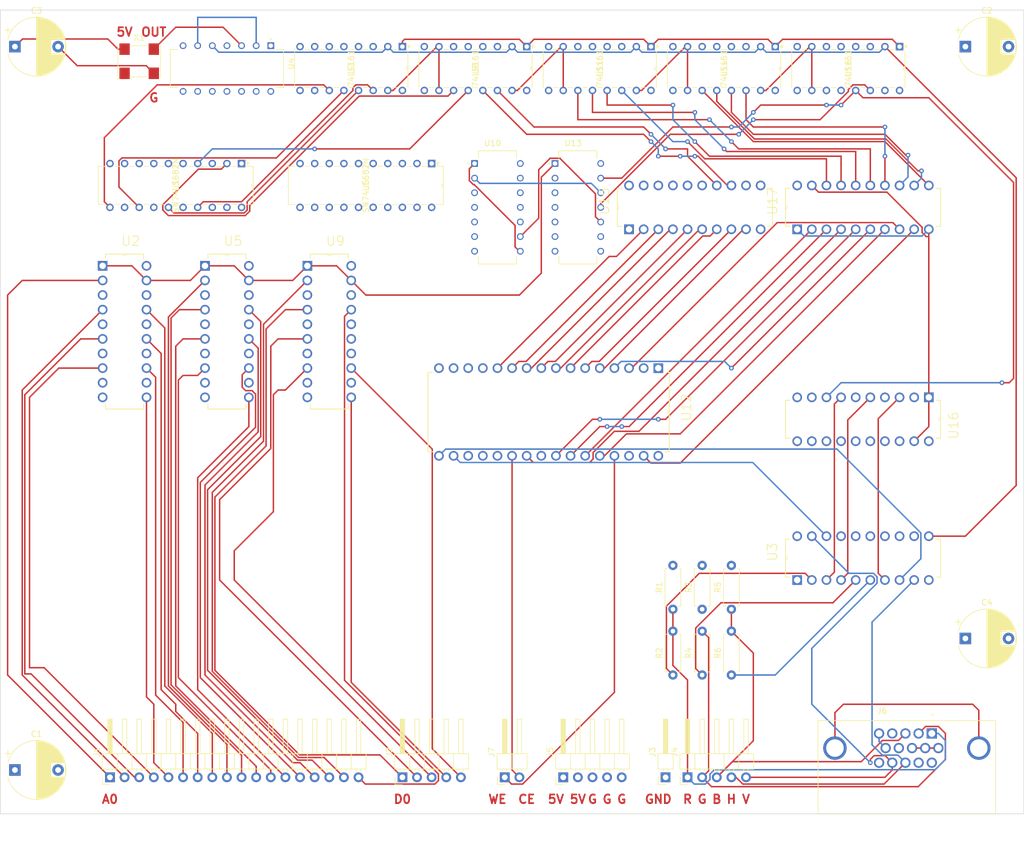
<source format=kicad_pcb>
(kicad_pcb (version 20171130) (host pcbnew 5.1.12-84ad8e8a86~92~ubuntu18.04.1)
  (layers (0 F.Cu signal) (1 GND power hide) (2 PWR power hide) (31 B.Cu signal) (34 B.Paste user) (35 F.Paste user) (36 B.SilkS user) (37 F.SilkS user) (38 B.Mask user) (39 F.Mask user) (44 Edge.Cuts user))
  (net 0 "")
  (net 1 GND)
  (net 2 +5V)
  (net 3 "Net-(J1-Pad18)")
  (net 4 "Net-(J1-Pad17)")
  (net 5 "Net-(J1-Pad16)")
  (net 6 "Net-(J1-Pad15)")
  (net 7 "Net-(J1-Pad14)")
  (net 8 "Net-(J1-Pad13)")
  (net 9 "Net-(J1-Pad12)")
  (net 10 "Net-(J1-Pad11)")
  (net 11 "Net-(J1-Pad10)")
  (net 12 "Net-(J1-Pad9)")
  (net 13 "Net-(J1-Pad8)")
  (net 14 "Net-(J1-Pad7)")
  (net 15 "Net-(J1-Pad6)")
  (net 16 "Net-(J1-Pad5)")
  (net 17 "Net-(J1-Pad4)")
  (net 18 "Net-(J1-Pad3)")
  (net 19 "Net-(J1-Pad2)")
  (net 20 "Net-(J1-Pad1)")
  (net 21 "Net-(J2-Pad5)")
  (net 22 "Net-(J2-Pad4)")
  (net 23 "Net-(J2-Pad3)")
  (net 24 "Net-(J2-Pad2)")
  (net 25 "Net-(J2-Pad1)")
  (net 26 "Net-(J4-Pad5)")
  (net 27 "Net-(J4-Pad4)")
  (net 28 /B)
  (net 29 /G)
  (net 30 "Net-(J4-Pad1)")
  (net 31 "Net-(J6-PadS1)")
  (net 32 "Net-(J6-Pad15)")
  (net 33 "Net-(J6-Pad12)")
  (net 34 "Net-(J6-Pad11)")
  (net 35 "Net-(J6-Pad9)")
  (net 36 "Net-(J6-Pad4)")
  (net 37 "Net-(J7-Pad2)")
  (net 38 "Net-(J7-Pad1)")
  (net 39 "Net-(R2-Pad1)")
  (net 40 "Net-(R4-Pad1)")
  (net 41 "Net-(R6-Pad1)")
  (net 42 "Net-(U1-Pad19)")
  (net 43 "Net-(U1-Pad17)")
  (net 44 "Net-(U1-Pad15)")
  (net 45 "Net-(U1-Pad13)")
  (net 46 "Net-(U1-Pad11)")
  (net 47 "Net-(U1-Pad8)")
  (net 48 "Net-(U1-Pad6)")
  (net 49 "Net-(U1-Pad4)")
  (net 50 "Net-(U1-Pad2)")
  (net 51 "Net-(U1-Pad1)")
  (net 52 "Net-(U12-Pad12)")
  (net 53 "Net-(U12-Pad11)")
  (net 54 "Net-(U12-Pad10)")
  (net 55 "Net-(U12-Pad9)")
  (net 56 "Net-(U12-Pad8)")
  (net 57 "Net-(U12-Pad7)")
  (net 58 "Net-(U12-Pad6)")
  (net 59 "Net-(U12-Pad5)")
  (net 60 "Net-(U12-Pad18)")
  (net 61 "Net-(U3-Pad17)")
  (net 62 "Net-(U3-Pad16)")
  (net 63 "Net-(U3-Pad15)")
  (net 64 "Net-(U3-Pad14)")
  (net 65 "Net-(U3-Pad13)")
  (net 66 "Net-(U3-Pad12)")
  (net 67 "Net-(U11-Pad2)")
  (net 68 "Net-(U12-Pad17)")
  (net 69 "Net-(U16-Pad3)")
  (net 70 "Net-(U16-Pad5)")
  (net 71 "Net-(U16-Pad7)")
  (net 72 "Net-(U4-Pad13)")
  (net 73 "Net-(U4-Pad12)")
  (net 74 "Net-(U4-Pad11)")
  (net 75 "Net-(U4-Pad10)")
  (net 76 "Net-(U4-Pad9)")
  (net 77 "Net-(U4-Pad8)")
  (net 78 "Net-(U4-Pad2)")
  (net 79 "Net-(U4-Pad3)")
  (net 80 "Net-(U12-Pad27)")
  (net 81 "Net-(U12-Pad26)")
  (net 82 "Net-(U12-Pad23)")
  (net 83 "Net-(U12-Pad25)")
  (net 84 "Net-(U12-Pad4)")
  (net 85 "Net-(U12-Pad28)")
  (net 86 "Net-(U12-Pad3)")
  (net 87 "Net-(U12-Pad31)")
  (net 88 "Net-(U10-Pad13)")
  (net 89 "Net-(U11-Pad14)")
  (net 90 "Net-(U11-Pad13)")
  (net 91 "Net-(U11-Pad12)")
  (net 92 "Net-(U11-Pad11)")
  (net 93 "Net-(U14-Pad14)")
  (net 94 "Net-(U14-Pad13)")
  (net 95 "Net-(U14-Pad12)")
  (net 96 "Net-(U14-Pad11)")
  (net 97 "Net-(U6-Pad1)")
  (net 98 "Net-(U7-Pad15)")
  (net 99 "Net-(U7-Pad6)")
  (net 100 "Net-(U7-Pad5)")
  (net 101 "Net-(U7-Pad4)")
  (net 102 "Net-(U7-Pad3)")
  (net 103 "Net-(U10-Pad3)")
  (net 104 "Net-(U11-Pad10)")
  (net 105 "Net-(U8-Pad6)")
  (net 106 "Net-(U8-Pad5)")
  (net 107 "Net-(U8-Pad4)")
  (net 108 "Net-(U8-Pad3)")
  (net 109 "Net-(U12-Pad2)")
  (net 110 "Net-(U12-Pad13)")
  (net 111 "Net-(U9-Pad15)")
  (net 112 "Net-(U12-Pad14)")
  (net 113 "Net-(U12-Pad15)")
  (net 114 "Net-(U9-Pad5)")
  (net 115 "Net-(U12-Pad30)")
  (net 116 "Net-(U10-Pad10)")
  (net 117 "Net-(U10-Pad9)")
  (net 118 "Net-(U10-Pad1)")
  (net 119 "Net-(U10-Pad6)")
  (net 120 "Net-(U10-Pad5)")
  (net 121 "Net-(U10-Pad4)")
  (net 122 "Net-(U10-Pad2)")
  (net 123 "Net-(U11-Pad15)")
  (net 124 "Net-(U11-Pad6)")
  (net 125 "Net-(U11-Pad5)")
  (net 126 "Net-(U11-Pad4)")
  (net 127 "Net-(U11-Pad3)")
  (net 128 "Net-(U12-Pad24)")
  (net 129 "Net-(U12-Pad21)")
  (net 130 "Net-(U12-Pad20)")
  (net 131 "Net-(U12-Pad19)")
  (net 132 "Net-(U13-Pad13)")
  (net 133 "Net-(U13-Pad11)")
  (net 134 "Net-(U13-Pad9)")
  (net 135 "Net-(U13-Pad8)")
  (net 136 "Net-(U13-Pad6)")
  (net 137 "Net-(U13-Pad5)")
  (net 138 "Net-(U13-Pad4)")
  (net 139 "Net-(U13-Pad3)")
  (net 140 "Net-(U14-Pad15)")
  (net 141 "Net-(U14-Pad6)")
  (net 142 "Net-(U14-Pad5)")
  (net 143 "Net-(U14-Pad4)")
  (net 144 "Net-(U14-Pad3)")
  (net 145 "Net-(U16-Pad18)")
  (net 146 "Net-(U16-Pad16)")
  (net 147 "Net-(U16-Pad14)")
  (net 148 "Net-(U16-Pad6)")
  (net 149 "Net-(U16-Pad4)")
  (net 150 "Net-(U16-Pad2)")
  (net 151 "Net-(U18-Pad15)")
  (net 152 "Net-(U18-Pad12)")
  (net 153 "Net-(U18-Pad11)")
  (net 154 "Net-(U18-Pad6)")
  (net 155 "Net-(U18-Pad5)")
  (net 156 "Net-(U18-Pad4)")
  (net 157 "Net-(U18-Pad3)")
  (net 158 "Net-(X1-Pad1)")
  (module Oscillator:Oscillator_SMD_SeikoEpson_SG8002CA-4Pin_7.0x5.0mm (layer F.Cu) (at 422.91 486.41)
    (fp_text reference X1 (at 0 -4.1) (layer F.SilkS))
    (fp_text value "25.175 MHz Oscillator")
    (pad 4 smd rect (at -2.54 -2.1) (size 1.8 2) (layers F.Cu F.Paste F.Mask) (net 2 +5V))
    (pad 3 smd rect (at 2.54 -2.1) (size 1.8 2) (layers F.Cu F.Paste F.Mask) (net 79 "Net-(U4-Pad3)"))
    (pad 2 smd rect (at 2.54 2.1) (size 1.8 2) (layers F.Cu F.Paste F.Mask) (net 1 GND))
    (pad 1 smd rect (at -2.54 2.1) (size 1.8 2) (layers F.Cu F.Paste F.Mask) (net 158 "Net-(X1-Pad1)"))
  )
  (module footprints:SN74LS161AN (layer F.Cu) (at 537.21 491.49 270)
    (fp_text reference U18 (at -3.81 -8.89 90) (layer F.SilkS))
    (fp_text value 74LS161 (at -3.81 -8.89 90) (layer F.SilkS))
    (fp_text user * (at -7.62 -19.1897 90) (layer F.SilkS))
    (fp_text user * (at -7.62 -19.1897 90) (layer F.SilkS))
    (pad 16 thru_hole circle (at 0 -17.78 270) (size 1.2954 1.2954) (drill 0.7874) (layers *.Cu *.Mask) (net 2 +5V))
    (pad 15 thru_hole circle (at 0 -15.24 270) (size 1.2954 1.2954) (drill 0.7874) (layers *.Cu *.Mask) (net 151 "Net-(U18-Pad15)"))
    (pad 14 thru_hole circle (at 0 -12.7 270) (size 1.2954 1.2954) (drill 0.7874) (layers *.Cu *.Mask) (net 133 "Net-(U13-Pad11)"))
    (pad 13 thru_hole circle (at 0 -10.16 270) (size 1.2954 1.2954) (drill 0.7874) (layers *.Cu *.Mask) (net 132 "Net-(U13-Pad13)"))
    (pad 12 thru_hole circle (at 0 -7.62 270) (size 1.2954 1.2954) (drill 0.7874) (layers *.Cu *.Mask) (net 152 "Net-(U18-Pad12)"))
    (pad 11 thru_hole circle (at 0 -5.08 270) (size 1.2954 1.2954) (drill 0.7874) (layers *.Cu *.Mask) (net 153 "Net-(U18-Pad11)"))
    (pad 10 thru_hole circle (at 0 -2.54 270) (size 1.2954 1.2954) (drill 0.7874) (layers *.Cu *.Mask) (net 140 "Net-(U14-Pad15)"))
    (pad 9 thru_hole circle (at 0 0 270) (size 1.2954 1.2954) (drill 0.7874) (layers *.Cu *.Mask) (net 2 +5V))
    (pad 8 thru_hole circle (at -7.62 0 270) (size 1.2954 1.2954) (drill 0.7874) (layers *.Cu *.Mask) (net 1 GND))
    (pad 7 thru_hole circle (at -7.62 -2.54 270) (size 1.2954 1.2954) (drill 0.7874) (layers *.Cu *.Mask) (net 140 "Net-(U14-Pad15)"))
    (pad 6 thru_hole circle (at -7.62 -5.08 270) (size 1.2954 1.2954) (drill 0.7874) (layers *.Cu *.Mask) (net 154 "Net-(U18-Pad6)"))
    (pad 5 thru_hole circle (at -7.62 -7.62 270) (size 1.2954 1.2954) (drill 0.7874) (layers *.Cu *.Mask) (net 155 "Net-(U18-Pad5)"))
    (pad 4 thru_hole circle (at -7.62 -10.16 270) (size 1.2954 1.2954) (drill 0.7874) (layers *.Cu *.Mask) (net 156 "Net-(U18-Pad4)"))
    (pad 3 thru_hole circle (at -7.62 -12.7 270) (size 1.2954 1.2954) (drill 0.7874) (layers *.Cu *.Mask) (net 157 "Net-(U18-Pad3)"))
    (pad 2 thru_hole circle (at -7.62 -15.24 270) (size 1.2954 1.2954) (drill 0.7874) (layers *.Cu *.Mask) (net 67 "Net-(U11-Pad2)"))
    (pad 1 thru_hole rect (at -7.62 -17.78 270) (size 1.2954 1.2954) (drill 0.7874) (layers *.Cu *.Mask) (net 103 "Net-(U10-Pad3)"))
  )
  (module SN74LS245N:DIP254P762X508-20 (layer F.Cu) (at 560.07 508 90)
    (fp_text reference U17 (at -2.744365 -27.138745 90) (layer F.SilkS) (effects (font (size 1.640701 1.640701))))
    (fp_text value SN74LS245N)
    (pad 20 thru_hole circle (at 0 -22.86 90) (size 1.6764 1.6764) (drill 1.1176) (layers *.Cu *.Mask) (net 2 +5V))
    (pad 19 thru_hole circle (at 0 -20.32 90) (size 1.6764 1.6764) (drill 1.1176) (layers *.Cu *.Mask) (net 128 "Net-(U12-Pad24)"))
    (pad 18 thru_hole circle (at 0 -17.78 90) (size 1.6764 1.6764) (drill 1.1176) (layers *.Cu *.Mask) (net 89 "Net-(U11-Pad14)"))
    (pad 17 thru_hole circle (at 0 -15.24 90) (size 1.6764 1.6764) (drill 1.1176) (layers *.Cu *.Mask) (net 90 "Net-(U11-Pad13)"))
    (pad 16 thru_hole circle (at 0 -12.7 90) (size 1.6764 1.6764) (drill 1.1176) (layers *.Cu *.Mask) (net 91 "Net-(U11-Pad12)"))
    (pad 15 thru_hole circle (at 0 -10.16 90) (size 1.6764 1.6764) (drill 1.1176) (layers *.Cu *.Mask) (net 92 "Net-(U11-Pad11)"))
    (pad 14 thru_hole circle (at 0 -7.62 90) (size 1.6764 1.6764) (drill 1.1176) (layers *.Cu *.Mask) (net 93 "Net-(U14-Pad14)"))
    (pad 13 thru_hole circle (at 0 -5.08 90) (size 1.6764 1.6764) (drill 1.1176) (layers *.Cu *.Mask) (net 94 "Net-(U14-Pad13)"))
    (pad 12 thru_hole circle (at 0 -2.54 90) (size 1.6764 1.6764) (drill 1.1176) (layers *.Cu *.Mask) (net 95 "Net-(U14-Pad12)"))
    (pad 11 thru_hole circle (at 0 0 90) (size 1.6764 1.6764) (drill 1.1176) (layers *.Cu *.Mask) (net 96 "Net-(U14-Pad11)"))
    (pad 10 thru_hole circle (at -7.62 0 90) (size 1.6764 1.6764) (drill 1.1176) (layers *.Cu *.Mask) (net 1 GND))
    (pad 9 thru_hole circle (at -7.62 -2.54 90) (size 1.6764 1.6764) (drill 1.1176) (layers *.Cu *.Mask) (net 87 "Net-(U12-Pad31)"))
    (pad 8 thru_hole circle (at -7.62 -5.08 90) (size 1.6764 1.6764) (drill 1.1176) (layers *.Cu *.Mask) (net 86 "Net-(U12-Pad3)"))
    (pad 7 thru_hole circle (at -7.62 -7.62 90) (size 1.6764 1.6764) (drill 1.1176) (layers *.Cu *.Mask) (net 85 "Net-(U12-Pad28)"))
    (pad 6 thru_hole circle (at -7.62 -10.16 90) (size 1.6764 1.6764) (drill 1.1176) (layers *.Cu *.Mask) (net 84 "Net-(U12-Pad4)"))
    (pad 5 thru_hole circle (at -7.62 -12.7 90) (size 1.6764 1.6764) (drill 1.1176) (layers *.Cu *.Mask) (net 83 "Net-(U12-Pad25)"))
    (pad 4 thru_hole circle (at -7.62 -15.24 90) (size 1.6764 1.6764) (drill 1.1176) (layers *.Cu *.Mask) (net 82 "Net-(U12-Pad23)"))
    (pad 3 thru_hole circle (at -7.62 -17.78 90) (size 1.6764 1.6764) (drill 1.1176) (layers *.Cu *.Mask) (net 81 "Net-(U12-Pad26)"))
    (pad 2 thru_hole circle (at -7.62 -20.32 90) (size 1.6764 1.6764) (drill 1.1176) (layers *.Cu *.Mask) (net 80 "Net-(U12-Pad27)"))
    (pad 1 thru_hole rect (at -7.62 -22.86 90) (size 1.6764 1.6764) (drill 1.1176) (layers *.Cu *.Mask) (net 1 GND))
  )
  (module SN74LS244N:DIP254P762X508-20 (layer F.Cu) (at 537.21 552.45 270)
    (fp_text reference U16 (at -2.74727 -27.16734 90) (layer F.SilkS) (effects (font (size 1.642425 1.642425))))
    (fp_text value SN74LS244N)
    (pad 20 thru_hole circle (at 0 -22.86 270) (size 1.6764 1.6764) (drill 1.1176) (layers *.Cu *.Mask) (net 2 +5V))
    (pad 19 thru_hole circle (at 0 -20.32 270) (size 1.6764 1.6764) (drill 1.1176) (layers *.Cu *.Mask) (net 128 "Net-(U12-Pad24)"))
    (pad 18 thru_hole circle (at 0 -17.78 270) (size 1.6764 1.6764) (drill 1.1176) (layers *.Cu *.Mask) (net 145 "Net-(U16-Pad18)"))
    (pad 17 thru_hole circle (at 0 -15.24 270) (size 1.6764 1.6764) (drill 1.1176) (layers *.Cu *.Mask) (net 113 "Net-(U12-Pad15)"))
    (pad 16 thru_hole circle (at 0 -12.7 270) (size 1.6764 1.6764) (drill 1.1176) (layers *.Cu *.Mask) (net 146 "Net-(U16-Pad16)"))
    (pad 15 thru_hole circle (at 0 -10.16 270) (size 1.6764 1.6764) (drill 1.1176) (layers *.Cu *.Mask) (net 112 "Net-(U12-Pad14)"))
    (pad 14 thru_hole circle (at 0 -7.62 270) (size 1.6764 1.6764) (drill 1.1176) (layers *.Cu *.Mask) (net 147 "Net-(U16-Pad14)"))
    (pad 13 thru_hole circle (at 0 -5.08 270) (size 1.6764 1.6764) (drill 1.1176) (layers *.Cu *.Mask) (net 110 "Net-(U12-Pad13)"))
    (pad 12 thru_hole circle (at 0 -2.54 270) (size 1.6764 1.6764) (drill 1.1176) (layers *.Cu *.Mask) (net 115 "Net-(U12-Pad30)"))
    (pad 11 thru_hole circle (at 0 0 270) (size 1.6764 1.6764) (drill 1.1176) (layers *.Cu *.Mask) (net 133 "Net-(U13-Pad11)"))
    (pad 10 thru_hole circle (at -7.62 0 270) (size 1.6764 1.6764) (drill 1.1176) (layers *.Cu *.Mask) (net 1 GND))
    (pad 9 thru_hole circle (at -7.62 -2.54 270) (size 1.6764 1.6764) (drill 1.1176) (layers *.Cu *.Mask) (net 109 "Net-(U12-Pad2)"))
    (pad 8 thru_hole circle (at -7.62 -5.08 270) (size 1.6764 1.6764) (drill 1.1176) (layers *.Cu *.Mask) (net 132 "Net-(U13-Pad13)"))
    (pad 7 thru_hole circle (at -7.62 -7.62 270) (size 1.6764 1.6764) (drill 1.1176) (layers *.Cu *.Mask) (net 71 "Net-(U16-Pad7)"))
    (pad 6 thru_hole circle (at -7.62 -10.16 270) (size 1.6764 1.6764) (drill 1.1176) (layers *.Cu *.Mask) (net 148 "Net-(U16-Pad6)"))
    (pad 5 thru_hole circle (at -7.62 -12.7 270) (size 1.6764 1.6764) (drill 1.1176) (layers *.Cu *.Mask) (net 70 "Net-(U16-Pad5)"))
    (pad 4 thru_hole circle (at -7.62 -15.24 270) (size 1.6764 1.6764) (drill 1.1176) (layers *.Cu *.Mask) (net 149 "Net-(U16-Pad4)"))
    (pad 3 thru_hole circle (at -7.62 -17.78 270) (size 1.6764 1.6764) (drill 1.1176) (layers *.Cu *.Mask) (net 69 "Net-(U16-Pad3)"))
    (pad 2 thru_hole circle (at -7.62 -20.32 270) (size 1.6764 1.6764) (drill 1.1176) (layers *.Cu *.Mask) (net 150 "Net-(U16-Pad2)"))
    (pad 1 thru_hole rect (at -7.62 -22.86 270) (size 1.6764 1.6764) (drill 1.1176) (layers *.Cu *.Mask) (net 128 "Net-(U12-Pad24)"))
  )
  (module SN74LS245N:DIP254P762X508-20 (layer F.Cu) (at 530.86 508 90)
    (fp_text reference U15 (at -2.744365 -27.138745 90) (layer F.SilkS) (effects (font (size 1.640701 1.640701))))
    (fp_text value SN74LS245N)
    (pad 20 thru_hole circle (at 0 -22.86 90) (size 1.6764 1.6764) (drill 1.1176) (layers *.Cu *.Mask) (net 2 +5V))
    (pad 19 thru_hole circle (at 0 -20.32 90) (size 1.6764 1.6764) (drill 1.1176) (layers *.Cu *.Mask) (net 128 "Net-(U12-Pad24)"))
    (pad 18 thru_hole circle (at 0 -17.78 90) (size 1.6764 1.6764) (drill 1.1176) (layers *.Cu *.Mask) (net 43 "Net-(U1-Pad17)"))
    (pad 17 thru_hole circle (at 0 -15.24 90) (size 1.6764 1.6764) (drill 1.1176) (layers *.Cu *.Mask) (net 44 "Net-(U1-Pad15)"))
    (pad 16 thru_hole circle (at 0 -12.7 90) (size 1.6764 1.6764) (drill 1.1176) (layers *.Cu *.Mask) (net 45 "Net-(U1-Pad13)"))
    (pad 15 thru_hole circle (at 0 -10.16 90) (size 1.6764 1.6764) (drill 1.1176) (layers *.Cu *.Mask) (net 46 "Net-(U1-Pad11)"))
    (pad 14 thru_hole circle (at 0 -7.62 90) (size 1.6764 1.6764) (drill 1.1176) (layers *.Cu *.Mask) (net 47 "Net-(U1-Pad8)"))
    (pad 13 thru_hole circle (at 0 -5.08 90) (size 1.6764 1.6764) (drill 1.1176) (layers *.Cu *.Mask) (net 48 "Net-(U1-Pad6)"))
    (pad 12 thru_hole circle (at 0 -2.54 90) (size 1.6764 1.6764) (drill 1.1176) (layers *.Cu *.Mask) (net 49 "Net-(U1-Pad4)"))
    (pad 11 thru_hole circle (at 0 0 90) (size 1.6764 1.6764) (drill 1.1176) (layers *.Cu *.Mask) (net 50 "Net-(U1-Pad2)"))
    (pad 10 thru_hole circle (at -7.62 0 90) (size 1.6764 1.6764) (drill 1.1176) (layers *.Cu *.Mask) (net 1 GND))
    (pad 9 thru_hole circle (at -7.62 -2.54 90) (size 1.6764 1.6764) (drill 1.1176) (layers *.Cu *.Mask) (net 59 "Net-(U12-Pad5)"))
    (pad 8 thru_hole circle (at -7.62 -5.08 90) (size 1.6764 1.6764) (drill 1.1176) (layers *.Cu *.Mask) (net 58 "Net-(U12-Pad6)"))
    (pad 7 thru_hole circle (at -7.62 -7.62 90) (size 1.6764 1.6764) (drill 1.1176) (layers *.Cu *.Mask) (net 57 "Net-(U12-Pad7)"))
    (pad 6 thru_hole circle (at -7.62 -10.16 90) (size 1.6764 1.6764) (drill 1.1176) (layers *.Cu *.Mask) (net 56 "Net-(U12-Pad8)"))
    (pad 5 thru_hole circle (at -7.62 -12.7 90) (size 1.6764 1.6764) (drill 1.1176) (layers *.Cu *.Mask) (net 55 "Net-(U12-Pad9)"))
    (pad 4 thru_hole circle (at -7.62 -15.24 90) (size 1.6764 1.6764) (drill 1.1176) (layers *.Cu *.Mask) (net 54 "Net-(U12-Pad10)"))
    (pad 3 thru_hole circle (at -7.62 -17.78 90) (size 1.6764 1.6764) (drill 1.1176) (layers *.Cu *.Mask) (net 53 "Net-(U12-Pad11)"))
    (pad 2 thru_hole circle (at -7.62 -20.32 90) (size 1.6764 1.6764) (drill 1.1176) (layers *.Cu *.Mask) (net 52 "Net-(U12-Pad12)"))
    (pad 1 thru_hole rect (at -7.62 -22.86 90) (size 1.6764 1.6764) (drill 1.1176) (layers *.Cu *.Mask) (net 1 GND))
  )
  (module footprints:SN74LS161AN (layer F.Cu) (at 515.62 491.49 270)
    (fp_text reference U14 (at -3.81 -8.89 90) (layer F.SilkS))
    (fp_text value 74LS161 (at -3.81 -8.89 90) (layer F.SilkS))
    (fp_text user * (at -7.62 -19.1897 90) (layer F.SilkS))
    (fp_text user * (at -7.62 -19.1897 90) (layer F.SilkS))
    (pad 16 thru_hole circle (at 0 -17.78 270) (size 1.2954 1.2954) (drill 0.7874) (layers *.Cu *.Mask) (net 2 +5V))
    (pad 15 thru_hole circle (at 0 -15.24 270) (size 1.2954 1.2954) (drill 0.7874) (layers *.Cu *.Mask) (net 140 "Net-(U14-Pad15)"))
    (pad 14 thru_hole circle (at 0 -12.7 270) (size 1.2954 1.2954) (drill 0.7874) (layers *.Cu *.Mask) (net 93 "Net-(U14-Pad14)"))
    (pad 13 thru_hole circle (at 0 -10.16 270) (size 1.2954 1.2954) (drill 0.7874) (layers *.Cu *.Mask) (net 94 "Net-(U14-Pad13)"))
    (pad 12 thru_hole circle (at 0 -7.62 270) (size 1.2954 1.2954) (drill 0.7874) (layers *.Cu *.Mask) (net 95 "Net-(U14-Pad12)"))
    (pad 11 thru_hole circle (at 0 -5.08 270) (size 1.2954 1.2954) (drill 0.7874) (layers *.Cu *.Mask) (net 96 "Net-(U14-Pad11)"))
    (pad 10 thru_hole circle (at 0 -2.54 270) (size 1.2954 1.2954) (drill 0.7874) (layers *.Cu *.Mask) (net 123 "Net-(U11-Pad15)"))
    (pad 9 thru_hole circle (at 0 0 270) (size 1.2954 1.2954) (drill 0.7874) (layers *.Cu *.Mask) (net 2 +5V))
    (pad 8 thru_hole circle (at -7.62 0 270) (size 1.2954 1.2954) (drill 0.7874) (layers *.Cu *.Mask) (net 1 GND))
    (pad 7 thru_hole circle (at -7.62 -2.54 270) (size 1.2954 1.2954) (drill 0.7874) (layers *.Cu *.Mask) (net 123 "Net-(U11-Pad15)"))
    (pad 6 thru_hole circle (at -7.62 -5.08 270) (size 1.2954 1.2954) (drill 0.7874) (layers *.Cu *.Mask) (net 141 "Net-(U14-Pad6)"))
    (pad 5 thru_hole circle (at -7.62 -7.62 270) (size 1.2954 1.2954) (drill 0.7874) (layers *.Cu *.Mask) (net 142 "Net-(U14-Pad5)"))
    (pad 4 thru_hole circle (at -7.62 -10.16 270) (size 1.2954 1.2954) (drill 0.7874) (layers *.Cu *.Mask) (net 143 "Net-(U14-Pad4)"))
    (pad 3 thru_hole circle (at -7.62 -12.7 270) (size 1.2954 1.2954) (drill 0.7874) (layers *.Cu *.Mask) (net 144 "Net-(U14-Pad3)"))
    (pad 2 thru_hole circle (at -7.62 -15.24 270) (size 1.2954 1.2954) (drill 0.7874) (layers *.Cu *.Mask) (net 67 "Net-(U11-Pad2)"))
    (pad 1 thru_hole rect (at -7.62 -17.78 270) (size 1.2954 1.2954) (drill 0.7874) (layers *.Cu *.Mask) (net 103 "Net-(U10-Pad3)"))
  )
  (module SN74LS04N:DIP794W45P254L1969H508Q14 (layer F.Cu) (at 499.11 511.81)
    (fp_text reference U13 (at -0.825 -11.135) (layer F.SilkS))
    (fp_text value SN74LS04N)
    (pad 14 thru_hole circle (at 3.97 -7.62) (size 1.17 1.17) (drill 0.77) (layers *.Cu *.Mask) (net 2 +5V))
    (pad 13 thru_hole circle (at 3.97 -5.08) (size 1.17 1.17) (drill 0.77) (layers *.Cu *.Mask) (net 132 "Net-(U13-Pad13)"))
    (pad 12 thru_hole circle (at 3.97 -2.54) (size 1.17 1.17) (drill 0.77) (layers *.Cu *.Mask) (net 122 "Net-(U10-Pad2)"))
    (pad 11 thru_hole circle (at 3.97 0) (size 1.17 1.17) (drill 0.77) (layers *.Cu *.Mask) (net 133 "Net-(U13-Pad11)"))
    (pad 10 thru_hole circle (at 3.97 2.54) (size 1.17 1.17) (drill 0.77) (layers *.Cu *.Mask) (net 117 "Net-(U10-Pad9)"))
    (pad 9 thru_hole circle (at 3.97 5.08) (size 1.17 1.17) (drill 0.77) (layers *.Cu *.Mask) (net 134 "Net-(U13-Pad9)"))
    (pad 8 thru_hole circle (at 3.97 7.62) (size 1.17 1.17) (drill 0.77) (layers *.Cu *.Mask) (net 135 "Net-(U13-Pad8)"))
    (pad 7 thru_hole circle (at -3.97 7.62) (size 1.17 1.17) (drill 0.77) (layers *.Cu *.Mask) (net 1 GND))
    (pad 6 thru_hole circle (at -3.97 5.08) (size 1.17 1.17) (drill 0.77) (layers *.Cu *.Mask) (net 136 "Net-(U13-Pad6)"))
    (pad 5 thru_hole circle (at -3.97 2.54) (size 1.17 1.17) (drill 0.77) (layers *.Cu *.Mask) (net 137 "Net-(U13-Pad5)"))
    (pad 4 thru_hole circle (at -3.97 0) (size 1.17 1.17) (drill 0.77) (layers *.Cu *.Mask) (net 138 "Net-(U13-Pad4)"))
    (pad 3 thru_hole circle (at -3.97 -2.54) (size 1.17 1.17) (drill 0.77) (layers *.Cu *.Mask) (net 139 "Net-(U13-Pad3)"))
    (pad 2 thru_hole circle (at -3.97 -5.08) (size 1.17 1.17) (drill 0.77) (layers *.Cu *.Mask) (net 128 "Net-(U12-Pad24)"))
    (pad 1 thru_hole rect (at -3.97 -7.62) (size 1.17 1.17) (drill 0.77) (layers *.Cu *.Mask) (net 38 "Net-(J7-Pad1)"))
  )
  (module AS6C4008-55PCN:DIP254P1524X393-32 (layer F.Cu) (at 474.98 554.99 270)
    (fp_text reference U12 (at -8.413 -42.9803 90) (layer F.SilkS) (effects (font (size 1.641102 1.641102))))
    (fp_text value AS6C4008-55PCN)
    (pad 32 thru_hole circle (at 0 -38.1 270) (size 1.6764 1.6764) (drill 1.1176) (layers *.Cu *.Mask) (net 2 +5V))
    (pad 31 thru_hole circle (at 0 -35.56 270) (size 1.6764 1.6764) (drill 1.1176) (layers *.Cu *.Mask) (net 87 "Net-(U12-Pad31)"))
    (pad 30 thru_hole circle (at 0 -33.02 270) (size 1.6764 1.6764) (drill 1.1176) (layers *.Cu *.Mask) (net 115 "Net-(U12-Pad30)"))
    (pad 29 thru_hole circle (at 0 -30.48 270) (size 1.6764 1.6764) (drill 1.1176) (layers *.Cu *.Mask) (net 38 "Net-(J7-Pad1)"))
    (pad 28 thru_hole circle (at 0 -27.94 270) (size 1.6764 1.6764) (drill 1.1176) (layers *.Cu *.Mask) (net 85 "Net-(U12-Pad28)"))
    (pad 27 thru_hole circle (at 0 -25.4 270) (size 1.6764 1.6764) (drill 1.1176) (layers *.Cu *.Mask) (net 80 "Net-(U12-Pad27)"))
    (pad 26 thru_hole circle (at 0 -22.86 270) (size 1.6764 1.6764) (drill 1.1176) (layers *.Cu *.Mask) (net 81 "Net-(U12-Pad26)"))
    (pad 25 thru_hole circle (at 0 -20.32 270) (size 1.6764 1.6764) (drill 1.1176) (layers *.Cu *.Mask) (net 83 "Net-(U12-Pad25)"))
    (pad 24 thru_hole circle (at 0 -17.78 270) (size 1.6764 1.6764) (drill 1.1176) (layers *.Cu *.Mask) (net 128 "Net-(U12-Pad24)"))
    (pad 23 thru_hole circle (at 0 -15.24 270) (size 1.6764 1.6764) (drill 1.1176) (layers *.Cu *.Mask) (net 82 "Net-(U12-Pad23)"))
    (pad 22 thru_hole circle (at 0 -12.7 270) (size 1.6764 1.6764) (drill 1.1176) (layers *.Cu *.Mask) (net 37 "Net-(J7-Pad2)"))
    (pad 21 thru_hole circle (at 0 -10.16 270) (size 1.6764 1.6764) (drill 1.1176) (layers *.Cu *.Mask) (net 129 "Net-(U12-Pad21)"))
    (pad 20 thru_hole circle (at 0 -7.62 270) (size 1.6764 1.6764) (drill 1.1176) (layers *.Cu *.Mask) (net 130 "Net-(U12-Pad20)"))
    (pad 19 thru_hole circle (at 0 -5.08 270) (size 1.6764 1.6764) (drill 1.1176) (layers *.Cu *.Mask) (net 131 "Net-(U12-Pad19)"))
    (pad 18 thru_hole circle (at 0 -2.54 270) (size 1.6764 1.6764) (drill 1.1176) (layers *.Cu *.Mask) (net 60 "Net-(U12-Pad18)"))
    (pad 17 thru_hole circle (at 0 0 270) (size 1.6764 1.6764) (drill 1.1176) (layers *.Cu *.Mask) (net 68 "Net-(U12-Pad17)"))
    (pad 16 thru_hole circle (at -15.24 0 270) (size 1.6764 1.6764) (drill 1.1176) (layers *.Cu *.Mask) (net 1 GND))
    (pad 15 thru_hole circle (at -15.24 -2.54 270) (size 1.6764 1.6764) (drill 1.1176) (layers *.Cu *.Mask) (net 113 "Net-(U12-Pad15)"))
    (pad 14 thru_hole circle (at -15.24 -5.08 270) (size 1.6764 1.6764) (drill 1.1176) (layers *.Cu *.Mask) (net 112 "Net-(U12-Pad14)"))
    (pad 13 thru_hole circle (at -15.24 -7.62 270) (size 1.6764 1.6764) (drill 1.1176) (layers *.Cu *.Mask) (net 110 "Net-(U12-Pad13)"))
    (pad 12 thru_hole circle (at -15.24 -10.16 270) (size 1.6764 1.6764) (drill 1.1176) (layers *.Cu *.Mask) (net 52 "Net-(U12-Pad12)"))
    (pad 11 thru_hole circle (at -15.24 -12.7 270) (size 1.6764 1.6764) (drill 1.1176) (layers *.Cu *.Mask) (net 53 "Net-(U12-Pad11)"))
    (pad 10 thru_hole circle (at -15.24 -15.24 270) (size 1.6764 1.6764) (drill 1.1176) (layers *.Cu *.Mask) (net 54 "Net-(U12-Pad10)"))
    (pad 9 thru_hole circle (at -15.24 -17.78 270) (size 1.6764 1.6764) (drill 1.1176) (layers *.Cu *.Mask) (net 55 "Net-(U12-Pad9)"))
    (pad 8 thru_hole circle (at -15.24 -20.32 270) (size 1.6764 1.6764) (drill 1.1176) (layers *.Cu *.Mask) (net 56 "Net-(U12-Pad8)"))
    (pad 7 thru_hole circle (at -15.24 -22.86 270) (size 1.6764 1.6764) (drill 1.1176) (layers *.Cu *.Mask) (net 57 "Net-(U12-Pad7)"))
    (pad 6 thru_hole circle (at -15.24 -25.4 270) (size 1.6764 1.6764) (drill 1.1176) (layers *.Cu *.Mask) (net 58 "Net-(U12-Pad6)"))
    (pad 5 thru_hole circle (at -15.24 -27.94 270) (size 1.6764 1.6764) (drill 1.1176) (layers *.Cu *.Mask) (net 59 "Net-(U12-Pad5)"))
    (pad 4 thru_hole circle (at -15.24 -30.48 270) (size 1.6764 1.6764) (drill 1.1176) (layers *.Cu *.Mask) (net 84 "Net-(U12-Pad4)"))
    (pad 3 thru_hole circle (at -15.24 -33.02 270) (size 1.6764 1.6764) (drill 1.1176) (layers *.Cu *.Mask) (net 86 "Net-(U12-Pad3)"))
    (pad 2 thru_hole circle (at -15.24 -35.56 270) (size 1.6764 1.6764) (drill 1.1176) (layers *.Cu *.Mask) (net 109 "Net-(U12-Pad2)"))
    (pad 1 thru_hole rect (at -15.24 -38.1 270) (size 1.6764 1.6764) (drill 1.1176) (layers *.Cu *.Mask) (net 1 GND))
  )
  (module footprints:SN74LS161AN (layer F.Cu) (at 494.03 491.49 270)
    (fp_text reference U11 (at -3.81 -8.89 90) (layer F.SilkS))
    (fp_text value 74LS161 (at -3.81 -8.89 90) (layer F.SilkS))
    (fp_text user * (at -7.62 -19.1897 90) (layer F.SilkS))
    (fp_text user * (at -7.62 -19.1897 90) (layer F.SilkS))
    (pad 16 thru_hole circle (at 0 -17.78 270) (size 1.2954 1.2954) (drill 0.7874) (layers *.Cu *.Mask) (net 2 +5V))
    (pad 15 thru_hole circle (at 0 -15.24 270) (size 1.2954 1.2954) (drill 0.7874) (layers *.Cu *.Mask) (net 123 "Net-(U11-Pad15)"))
    (pad 14 thru_hole circle (at 0 -12.7 270) (size 1.2954 1.2954) (drill 0.7874) (layers *.Cu *.Mask) (net 89 "Net-(U11-Pad14)"))
    (pad 13 thru_hole circle (at 0 -10.16 270) (size 1.2954 1.2954) (drill 0.7874) (layers *.Cu *.Mask) (net 90 "Net-(U11-Pad13)"))
    (pad 12 thru_hole circle (at 0 -7.62 270) (size 1.2954 1.2954) (drill 0.7874) (layers *.Cu *.Mask) (net 91 "Net-(U11-Pad12)"))
    (pad 11 thru_hole circle (at 0 -5.08 270) (size 1.2954 1.2954) (drill 0.7874) (layers *.Cu *.Mask) (net 92 "Net-(U11-Pad11)"))
    (pad 10 thru_hole circle (at 0 -2.54 270) (size 1.2954 1.2954) (drill 0.7874) (layers *.Cu *.Mask) (net 104 "Net-(U11-Pad10)"))
    (pad 9 thru_hole circle (at 0 0 270) (size 1.2954 1.2954) (drill 0.7874) (layers *.Cu *.Mask) (net 2 +5V))
    (pad 8 thru_hole circle (at -7.62 0 270) (size 1.2954 1.2954) (drill 0.7874) (layers *.Cu *.Mask) (net 1 GND))
    (pad 7 thru_hole circle (at -7.62 -2.54 270) (size 1.2954 1.2954) (drill 0.7874) (layers *.Cu *.Mask) (net 104 "Net-(U11-Pad10)"))
    (pad 6 thru_hole circle (at -7.62 -5.08 270) (size 1.2954 1.2954) (drill 0.7874) (layers *.Cu *.Mask) (net 124 "Net-(U11-Pad6)"))
    (pad 5 thru_hole circle (at -7.62 -7.62 270) (size 1.2954 1.2954) (drill 0.7874) (layers *.Cu *.Mask) (net 125 "Net-(U11-Pad5)"))
    (pad 4 thru_hole circle (at -7.62 -10.16 270) (size 1.2954 1.2954) (drill 0.7874) (layers *.Cu *.Mask) (net 126 "Net-(U11-Pad4)"))
    (pad 3 thru_hole circle (at -7.62 -12.7 270) (size 1.2954 1.2954) (drill 0.7874) (layers *.Cu *.Mask) (net 127 "Net-(U11-Pad3)"))
    (pad 2 thru_hole circle (at -7.62 -15.24 270) (size 1.2954 1.2954) (drill 0.7874) (layers *.Cu *.Mask) (net 67 "Net-(U11-Pad2)"))
    (pad 1 thru_hole rect (at -7.62 -17.78 270) (size 1.2954 1.2954) (drill 0.7874) (layers *.Cu *.Mask) (net 103 "Net-(U10-Pad3)"))
  )
  (module SN74HC32N:DIP794W45P254L1969H508Q14 (layer F.Cu) (at 485.14 511.81)
    (fp_text reference U10 (at -0.825 -11.135) (layer F.SilkS))
    (fp_text value SN74HC32N)
    (pad 14 thru_hole circle (at 3.97 -7.62) (size 1.17 1.17) (drill 0.77) (layers *.Cu *.Mask) (net 2 +5V))
    (pad 13 thru_hole circle (at 3.97 -5.08) (size 1.17 1.17) (drill 0.77) (layers *.Cu *.Mask) (net 88 "Net-(U10-Pad13)"))
    (pad 12 thru_hole circle (at 3.97 -2.54) (size 1.17 1.17) (drill 0.77) (layers *.Cu *.Mask) (net 42 "Net-(U1-Pad19)"))
    (pad 11 thru_hole circle (at 3.97 0) (size 1.17 1.17) (drill 0.77) (layers *.Cu *.Mask) (net 116 "Net-(U10-Pad10)"))
    (pad 10 thru_hole circle (at 3.97 2.54) (size 1.17 1.17) (drill 0.77) (layers *.Cu *.Mask) (net 116 "Net-(U10-Pad10)"))
    (pad 9 thru_hole circle (at 3.97 5.08) (size 1.17 1.17) (drill 0.77) (layers *.Cu *.Mask) (net 117 "Net-(U10-Pad9)"))
    (pad 8 thru_hole circle (at 3.97 7.62) (size 1.17 1.17) (drill 0.77) (layers *.Cu *.Mask) (net 118 "Net-(U10-Pad1)"))
    (pad 7 thru_hole circle (at -3.97 7.62) (size 1.17 1.17) (drill 0.77) (layers *.Cu *.Mask) (net 1 GND))
    (pad 6 thru_hole circle (at -3.97 5.08) (size 1.17 1.17) (drill 0.77) (layers *.Cu *.Mask) (net 119 "Net-(U10-Pad6)"))
    (pad 5 thru_hole circle (at -3.97 2.54) (size 1.17 1.17) (drill 0.77) (layers *.Cu *.Mask) (net 120 "Net-(U10-Pad5)"))
    (pad 4 thru_hole circle (at -3.97 0) (size 1.17 1.17) (drill 0.77) (layers *.Cu *.Mask) (net 121 "Net-(U10-Pad4)"))
    (pad 3 thru_hole circle (at -3.97 -2.54) (size 1.17 1.17) (drill 0.77) (layers *.Cu *.Mask) (net 103 "Net-(U10-Pad3)"))
    (pad 2 thru_hole circle (at -3.97 -5.08) (size 1.17 1.17) (drill 0.77) (layers *.Cu *.Mask) (net 122 "Net-(U10-Pad2)"))
    (pad 1 thru_hole rect (at -3.97 -7.62) (size 1.17 1.17) (drill 0.77) (layers *.Cu *.Mask) (net 118 "Net-(U10-Pad1)"))
  )
  (module SN74LS244N:DIP254P762X508-20 (layer F.Cu) (at 459.74 544.83)
    (fp_text reference U9 (at -2.74727 -27.16734) (layer F.SilkS) (effects (font (size 1.642425 1.642425))))
    (fp_text value SN74LS244N)
    (pad 20 thru_hole circle (at 0 -22.86) (size 1.6764 1.6764) (drill 1.1176) (layers *.Cu *.Mask) (net 2 +5V))
    (pad 19 thru_hole circle (at 0 -20.32) (size 1.6764 1.6764) (drill 1.1176) (layers *.Cu *.Mask) (net 38 "Net-(J7-Pad1)"))
    (pad 18 thru_hole circle (at 0 -17.78) (size 1.6764 1.6764) (drill 1.1176) (layers *.Cu *.Mask) (net 109 "Net-(U12-Pad2)"))
    (pad 17 thru_hole circle (at 0 -15.24) (size 1.6764 1.6764) (drill 1.1176) (layers *.Cu *.Mask) (net 3 "Net-(J1-Pad18)"))
    (pad 16 thru_hole circle (at 0 -12.7) (size 1.6764 1.6764) (drill 1.1176) (layers *.Cu *.Mask) (net 110 "Net-(U12-Pad13)"))
    (pad 15 thru_hole circle (at 0 -10.16) (size 1.6764 1.6764) (drill 1.1176) (layers *.Cu *.Mask) (net 111 "Net-(U9-Pad15)"))
    (pad 14 thru_hole circle (at 0 -7.62) (size 1.6764 1.6764) (drill 1.1176) (layers *.Cu *.Mask) (net 112 "Net-(U12-Pad14)"))
    (pad 13 thru_hole circle (at 0 -5.08) (size 1.6764 1.6764) (drill 1.1176) (layers *.Cu *.Mask) (net 21 "Net-(J2-Pad5)"))
    (pad 12 thru_hole circle (at 0 -2.54) (size 1.6764 1.6764) (drill 1.1176) (layers *.Cu *.Mask) (net 113 "Net-(U12-Pad15)"))
    (pad 11 thru_hole circle (at 0 0) (size 1.6764 1.6764) (drill 1.1176) (layers *.Cu *.Mask) (net 22 "Net-(J2-Pad4)"))
    (pad 10 thru_hole circle (at -7.62 0) (size 1.6764 1.6764) (drill 1.1176) (layers *.Cu *.Mask) (net 1 GND))
    (pad 9 thru_hole circle (at -7.62 -2.54) (size 1.6764 1.6764) (drill 1.1176) (layers *.Cu *.Mask) (net 68 "Net-(U12-Pad17)"))
    (pad 8 thru_hole circle (at -7.62 -5.08) (size 1.6764 1.6764) (drill 1.1176) (layers *.Cu *.Mask) (net 23 "Net-(J2-Pad3)"))
    (pad 7 thru_hole circle (at -7.62 -7.62) (size 1.6764 1.6764) (drill 1.1176) (layers *.Cu *.Mask) (net 60 "Net-(U12-Pad18)"))
    (pad 6 thru_hole circle (at -7.62 -10.16) (size 1.6764 1.6764) (drill 1.1176) (layers *.Cu *.Mask) (net 24 "Net-(J2-Pad2)"))
    (pad 5 thru_hole circle (at -7.62 -12.7) (size 1.6764 1.6764) (drill 1.1176) (layers *.Cu *.Mask) (net 114 "Net-(U9-Pad5)"))
    (pad 4 thru_hole circle (at -7.62 -15.24) (size 1.6764 1.6764) (drill 1.1176) (layers *.Cu *.Mask) (net 25 "Net-(J2-Pad1)"))
    (pad 3 thru_hole circle (at -7.62 -17.78) (size 1.6764 1.6764) (drill 1.1176) (layers *.Cu *.Mask) (net 115 "Net-(U12-Pad30)"))
    (pad 2 thru_hole circle (at -7.62 -20.32) (size 1.6764 1.6764) (drill 1.1176) (layers *.Cu *.Mask) (net 4 "Net-(J1-Pad17)"))
    (pad 1 thru_hole rect (at -7.62 -22.86) (size 1.6764 1.6764) (drill 1.1176) (layers *.Cu *.Mask) (net 38 "Net-(J7-Pad1)"))
  )
  (module footprints:SN74LS161AN (layer F.Cu) (at 472.44 491.49 270)
    (fp_text reference U8 (at -3.81 -8.89 90) (layer F.SilkS))
    (fp_text value 74LS161 (at -3.81 -8.89 90) (layer F.SilkS))
    (fp_text user * (at -7.62 -19.1897 90) (layer F.SilkS))
    (fp_text user * (at -7.62 -19.1897 90) (layer F.SilkS))
    (pad 16 thru_hole circle (at 0 -17.78 270) (size 1.2954 1.2954) (drill 0.7874) (layers *.Cu *.Mask) (net 2 +5V))
    (pad 15 thru_hole circle (at 0 -15.24 270) (size 1.2954 1.2954) (drill 0.7874) (layers *.Cu *.Mask) (net 104 "Net-(U11-Pad10)"))
    (pad 14 thru_hole circle (at 0 -12.7 270) (size 1.2954 1.2954) (drill 0.7874) (layers *.Cu *.Mask) (net 47 "Net-(U1-Pad8)"))
    (pad 13 thru_hole circle (at 0 -10.16 270) (size 1.2954 1.2954) (drill 0.7874) (layers *.Cu *.Mask) (net 48 "Net-(U1-Pad6)"))
    (pad 12 thru_hole circle (at 0 -7.62 270) (size 1.2954 1.2954) (drill 0.7874) (layers *.Cu *.Mask) (net 49 "Net-(U1-Pad4)"))
    (pad 11 thru_hole circle (at 0 -5.08 270) (size 1.2954 1.2954) (drill 0.7874) (layers *.Cu *.Mask) (net 50 "Net-(U1-Pad2)"))
    (pad 10 thru_hole circle (at 0 -2.54 270) (size 1.2954 1.2954) (drill 0.7874) (layers *.Cu *.Mask) (net 98 "Net-(U7-Pad15)"))
    (pad 9 thru_hole circle (at 0 0 270) (size 1.2954 1.2954) (drill 0.7874) (layers *.Cu *.Mask) (net 2 +5V))
    (pad 8 thru_hole circle (at -7.62 0 270) (size 1.2954 1.2954) (drill 0.7874) (layers *.Cu *.Mask) (net 1 GND))
    (pad 7 thru_hole circle (at -7.62 -2.54 270) (size 1.2954 1.2954) (drill 0.7874) (layers *.Cu *.Mask) (net 98 "Net-(U7-Pad15)"))
    (pad 6 thru_hole circle (at -7.62 -5.08 270) (size 1.2954 1.2954) (drill 0.7874) (layers *.Cu *.Mask) (net 105 "Net-(U8-Pad6)"))
    (pad 5 thru_hole circle (at -7.62 -7.62 270) (size 1.2954 1.2954) (drill 0.7874) (layers *.Cu *.Mask) (net 106 "Net-(U8-Pad5)"))
    (pad 4 thru_hole circle (at -7.62 -10.16 270) (size 1.2954 1.2954) (drill 0.7874) (layers *.Cu *.Mask) (net 107 "Net-(U8-Pad4)"))
    (pad 3 thru_hole circle (at -7.62 -12.7 270) (size 1.2954 1.2954) (drill 0.7874) (layers *.Cu *.Mask) (net 108 "Net-(U8-Pad3)"))
    (pad 2 thru_hole circle (at -7.62 -15.24 270) (size 1.2954 1.2954) (drill 0.7874) (layers *.Cu *.Mask) (net 67 "Net-(U11-Pad2)"))
    (pad 1 thru_hole rect (at -7.62 -17.78 270) (size 1.2954 1.2954) (drill 0.7874) (layers *.Cu *.Mask) (net 103 "Net-(U10-Pad3)"))
  )
  (module footprints:SN74LS161AN (layer F.Cu) (at 450.85 491.49 270)
    (fp_text reference U7 (at -3.81 -8.89 90) (layer F.SilkS))
    (fp_text value 74LS161 (at -3.81 -8.89 90) (layer F.SilkS))
    (fp_text user * (at -7.62 -19.1897 90) (layer F.SilkS))
    (fp_text user * (at -7.62 -19.1897 90) (layer F.SilkS))
    (pad 16 thru_hole circle (at 0 -17.78 270) (size 1.2954 1.2954) (drill 0.7874) (layers *.Cu *.Mask) (net 2 +5V))
    (pad 15 thru_hole circle (at 0 -15.24 270) (size 1.2954 1.2954) (drill 0.7874) (layers *.Cu *.Mask) (net 98 "Net-(U7-Pad15)"))
    (pad 14 thru_hole circle (at 0 -12.7 270) (size 1.2954 1.2954) (drill 0.7874) (layers *.Cu *.Mask) (net 43 "Net-(U1-Pad17)"))
    (pad 13 thru_hole circle (at 0 -10.16 270) (size 1.2954 1.2954) (drill 0.7874) (layers *.Cu *.Mask) (net 44 "Net-(U1-Pad15)"))
    (pad 12 thru_hole circle (at 0 -7.62 270) (size 1.2954 1.2954) (drill 0.7874) (layers *.Cu *.Mask) (net 45 "Net-(U1-Pad13)"))
    (pad 11 thru_hole circle (at 0 -5.08 270) (size 1.2954 1.2954) (drill 0.7874) (layers *.Cu *.Mask) (net 46 "Net-(U1-Pad11)"))
    (pad 10 thru_hole circle (at 0 -2.54 270) (size 1.2954 1.2954) (drill 0.7874) (layers *.Cu *.Mask) (net 2 +5V))
    (pad 9 thru_hole circle (at 0 0 270) (size 1.2954 1.2954) (drill 0.7874) (layers *.Cu *.Mask) (net 2 +5V))
    (pad 8 thru_hole circle (at -7.62 0 270) (size 1.2954 1.2954) (drill 0.7874) (layers *.Cu *.Mask) (net 1 GND))
    (pad 7 thru_hole circle (at -7.62 -2.54 270) (size 1.2954 1.2954) (drill 0.7874) (layers *.Cu *.Mask) (net 2 +5V))
    (pad 6 thru_hole circle (at -7.62 -5.08 270) (size 1.2954 1.2954) (drill 0.7874) (layers *.Cu *.Mask) (net 99 "Net-(U7-Pad6)"))
    (pad 5 thru_hole circle (at -7.62 -7.62 270) (size 1.2954 1.2954) (drill 0.7874) (layers *.Cu *.Mask) (net 100 "Net-(U7-Pad5)"))
    (pad 4 thru_hole circle (at -7.62 -10.16 270) (size 1.2954 1.2954) (drill 0.7874) (layers *.Cu *.Mask) (net 101 "Net-(U7-Pad4)"))
    (pad 3 thru_hole circle (at -7.62 -12.7 270) (size 1.2954 1.2954) (drill 0.7874) (layers *.Cu *.Mask) (net 102 "Net-(U7-Pad3)"))
    (pad 2 thru_hole circle (at -7.62 -15.24 270) (size 1.2954 1.2954) (drill 0.7874) (layers *.Cu *.Mask) (net 67 "Net-(U11-Pad2)"))
    (pad 1 thru_hole rect (at -7.62 -17.78 270) (size 1.2954 1.2954) (drill 0.7874) (layers *.Cu *.Mask) (net 103 "Net-(U10-Pad3)"))
  )
  (module 74ls682:SN74LS682N (layer F.Cu) (at 450.85 511.81 270)
    (fp_text reference U6 (at -3.81 -11.43 90) (layer F.SilkS))
    (fp_text value SN74LS682N (at -3.81 -11.43 90) (layer F.SilkS))
    (fp_text user * (at -7.62 -24.2697 90) (layer F.SilkS))
    (fp_text user * (at -7.62 -24.2697 90) (layer F.SilkS))
    (pad 20 thru_hole circle (at 0 -22.86 270) (size 1.2954 1.2954) (drill 0.7874) (layers *.Cu *.Mask) (net 2 +5V))
    (pad 19 thru_hole circle (at 0 -20.32 270) (size 1.2954 1.2954) (drill 0.7874) (layers *.Cu *.Mask) (net 88 "Net-(U10-Pad13)"))
    (pad 18 thru_hole circle (at 0 -17.78 270) (size 1.2954 1.2954) (drill 0.7874) (layers *.Cu *.Mask) (net 1 GND))
    (pad 17 thru_hole circle (at 0 -15.24 270) (size 1.2954 1.2954) (drill 0.7874) (layers *.Cu *.Mask) (net 89 "Net-(U11-Pad14)"))
    (pad 16 thru_hole circle (at 0 -12.7 270) (size 1.2954 1.2954) (drill 0.7874) (layers *.Cu *.Mask) (net 1 GND))
    (pad 15 thru_hole circle (at 0 -10.16 270) (size 1.2954 1.2954) (drill 0.7874) (layers *.Cu *.Mask) (net 90 "Net-(U11-Pad13)"))
    (pad 14 thru_hole circle (at 0 -7.62 270) (size 1.2954 1.2954) (drill 0.7874) (layers *.Cu *.Mask) (net 2 +5V))
    (pad 13 thru_hole circle (at 0 -5.08 270) (size 1.2954 1.2954) (drill 0.7874) (layers *.Cu *.Mask) (net 91 "Net-(U11-Pad12)"))
    (pad 12 thru_hole circle (at 0 -2.54 270) (size 1.2954 1.2954) (drill 0.7874) (layers *.Cu *.Mask) (net 1 GND))
    (pad 11 thru_hole circle (at 0 0 270) (size 1.2954 1.2954) (drill 0.7874) (layers *.Cu *.Mask) (net 92 "Net-(U11-Pad11)"))
    (pad 10 thru_hole circle (at -7.62 0 270) (size 1.2954 1.2954) (drill 0.7874) (layers *.Cu *.Mask) (net 1 GND))
    (pad 9 thru_hole circle (at -7.62 -2.54 270) (size 1.2954 1.2954) (drill 0.7874) (layers *.Cu *.Mask) (net 2 +5V))
    (pad 8 thru_hole circle (at -7.62 -5.08 270) (size 1.2954 1.2954) (drill 0.7874) (layers *.Cu *.Mask) (net 93 "Net-(U14-Pad14)"))
    (pad 7 thru_hole circle (at -7.62 -7.62 270) (size 1.2954 1.2954) (drill 0.7874) (layers *.Cu *.Mask) (net 2 +5V))
    (pad 6 thru_hole circle (at -7.62 -10.16 270) (size 1.2954 1.2954) (drill 0.7874) (layers *.Cu *.Mask) (net 94 "Net-(U14-Pad13)"))
    (pad 5 thru_hole circle (at -7.62 -12.7 270) (size 1.2954 1.2954) (drill 0.7874) (layers *.Cu *.Mask) (net 1 GND))
    (pad 4 thru_hole circle (at -7.62 -15.24 270) (size 1.2954 1.2954) (drill 0.7874) (layers *.Cu *.Mask) (net 95 "Net-(U14-Pad12)"))
    (pad 3 thru_hole circle (at -7.62 -17.78 270) (size 1.2954 1.2954) (drill 0.7874) (layers *.Cu *.Mask) (net 1 GND))
    (pad 2 thru_hole circle (at -7.62 -20.32 270) (size 1.2954 1.2954) (drill 0.7874) (layers *.Cu *.Mask) (net 96 "Net-(U14-Pad11)"))
    (pad 1 thru_hole rect (at -7.62 -22.86 270) (size 1.2954 1.2954) (drill 0.7874) (layers *.Cu *.Mask) (net 97 "Net-(U6-Pad1)"))
  )
  (module SN74LS244N:DIP254P762X508-20 (layer F.Cu) (at 441.96 544.83)
    (fp_text reference U5 (at -2.74727 -27.16734) (layer F.SilkS) (effects (font (size 1.642425 1.642425))))
    (fp_text value SN74LS244N)
    (pad 20 thru_hole circle (at 0 -22.86) (size 1.6764 1.6764) (drill 1.1176) (layers *.Cu *.Mask) (net 2 +5V))
    (pad 19 thru_hole circle (at 0 -20.32) (size 1.6764 1.6764) (drill 1.1176) (layers *.Cu *.Mask) (net 38 "Net-(J7-Pad1)"))
    (pad 18 thru_hole circle (at 0 -17.78) (size 1.6764 1.6764) (drill 1.1176) (layers *.Cu *.Mask) (net 80 "Net-(U12-Pad27)"))
    (pad 17 thru_hole circle (at 0 -15.24) (size 1.6764 1.6764) (drill 1.1176) (layers *.Cu *.Mask) (net 5 "Net-(J1-Pad16)"))
    (pad 16 thru_hole circle (at 0 -12.7) (size 1.6764 1.6764) (drill 1.1176) (layers *.Cu *.Mask) (net 81 "Net-(U12-Pad26)"))
    (pad 15 thru_hole circle (at 0 -10.16) (size 1.6764 1.6764) (drill 1.1176) (layers *.Cu *.Mask) (net 6 "Net-(J1-Pad15)"))
    (pad 14 thru_hole circle (at 0 -7.62) (size 1.6764 1.6764) (drill 1.1176) (layers *.Cu *.Mask) (net 82 "Net-(U12-Pad23)"))
    (pad 13 thru_hole circle (at 0 -5.08) (size 1.6764 1.6764) (drill 1.1176) (layers *.Cu *.Mask) (net 7 "Net-(J1-Pad14)"))
    (pad 12 thru_hole circle (at 0 -2.54) (size 1.6764 1.6764) (drill 1.1176) (layers *.Cu *.Mask) (net 83 "Net-(U12-Pad25)"))
    (pad 11 thru_hole circle (at 0 0) (size 1.6764 1.6764) (drill 1.1176) (layers *.Cu *.Mask) (net 8 "Net-(J1-Pad13)"))
    (pad 10 thru_hole circle (at -7.62 0) (size 1.6764 1.6764) (drill 1.1176) (layers *.Cu *.Mask) (net 1 GND))
    (pad 9 thru_hole circle (at -7.62 -2.54) (size 1.6764 1.6764) (drill 1.1176) (layers *.Cu *.Mask) (net 84 "Net-(U12-Pad4)"))
    (pad 8 thru_hole circle (at -7.62 -5.08) (size 1.6764 1.6764) (drill 1.1176) (layers *.Cu *.Mask) (net 9 "Net-(J1-Pad12)"))
    (pad 7 thru_hole circle (at -7.62 -7.62) (size 1.6764 1.6764) (drill 1.1176) (layers *.Cu *.Mask) (net 85 "Net-(U12-Pad28)"))
    (pad 6 thru_hole circle (at -7.62 -10.16) (size 1.6764 1.6764) (drill 1.1176) (layers *.Cu *.Mask) (net 10 "Net-(J1-Pad11)"))
    (pad 5 thru_hole circle (at -7.62 -12.7) (size 1.6764 1.6764) (drill 1.1176) (layers *.Cu *.Mask) (net 86 "Net-(U12-Pad3)"))
    (pad 4 thru_hole circle (at -7.62 -15.24) (size 1.6764 1.6764) (drill 1.1176) (layers *.Cu *.Mask) (net 11 "Net-(J1-Pad10)"))
    (pad 3 thru_hole circle (at -7.62 -17.78) (size 1.6764 1.6764) (drill 1.1176) (layers *.Cu *.Mask) (net 87 "Net-(U12-Pad31)"))
    (pad 2 thru_hole circle (at -7.62 -20.32) (size 1.6764 1.6764) (drill 1.1176) (layers *.Cu *.Mask) (net 12 "Net-(J1-Pad9)"))
    (pad 1 thru_hole rect (at -7.62 -22.86) (size 1.6764 1.6764) (drill 1.1176) (layers *.Cu *.Mask) (net 38 "Net-(J7-Pad1)"))
  )
  (module SN74LS74AN:DIP794W45P254L1969H508Q14 (layer F.Cu) (at 438.15 487.68 270)
    (fp_text reference U4 (at -0.825 -11.135 90) (layer F.SilkS))
    (fp_text value SN74LS74AN)
    (pad 14 thru_hole circle (at 3.97 -7.62 270) (size 1.17 1.17) (drill 0.77) (layers *.Cu *.Mask) (net 2 +5V))
    (pad 13 thru_hole circle (at 3.97 -5.08 270) (size 1.17 1.17) (drill 0.77) (layers *.Cu *.Mask) (net 72 "Net-(U4-Pad13)"))
    (pad 12 thru_hole circle (at 3.97 -2.54 270) (size 1.17 1.17) (drill 0.77) (layers *.Cu *.Mask) (net 73 "Net-(U4-Pad12)"))
    (pad 11 thru_hole circle (at 3.97 0 270) (size 1.17 1.17) (drill 0.77) (layers *.Cu *.Mask) (net 74 "Net-(U4-Pad11)"))
    (pad 10 thru_hole circle (at 3.97 2.54 270) (size 1.17 1.17) (drill 0.77) (layers *.Cu *.Mask) (net 75 "Net-(U4-Pad10)"))
    (pad 9 thru_hole circle (at 3.97 5.08 270) (size 1.17 1.17) (drill 0.77) (layers *.Cu *.Mask) (net 76 "Net-(U4-Pad9)"))
    (pad 8 thru_hole circle (at 3.97 7.62 270) (size 1.17 1.17) (drill 0.77) (layers *.Cu *.Mask) (net 77 "Net-(U4-Pad8)"))
    (pad 7 thru_hole circle (at -3.97 7.62 270) (size 1.17 1.17) (drill 0.77) (layers *.Cu *.Mask) (net 1 GND))
    (pad 6 thru_hole circle (at -3.97 5.08 270) (size 1.17 1.17) (drill 0.77) (layers *.Cu *.Mask) (net 78 "Net-(U4-Pad2)"))
    (pad 5 thru_hole circle (at -3.97 2.54 270) (size 1.17 1.17) (drill 0.77) (layers *.Cu *.Mask) (net 67 "Net-(U11-Pad2)"))
    (pad 4 thru_hole circle (at -3.97 0 270) (size 1.17 1.17) (drill 0.77) (layers *.Cu *.Mask) (net 2 +5V))
    (pad 3 thru_hole circle (at -3.97 -2.54 270) (size 1.17 1.17) (drill 0.77) (layers *.Cu *.Mask) (net 79 "Net-(U4-Pad3)"))
    (pad 2 thru_hole circle (at -3.97 -5.08 270) (size 1.17 1.17) (drill 0.77) (layers *.Cu *.Mask) (net 78 "Net-(U4-Pad2)"))
    (pad 1 thru_hole rect (at -3.97 -7.62 270) (size 1.17 1.17) (drill 0.77) (layers *.Cu *.Mask) (net 2 +5V))
  )
  (module SN74LS244N:DIP254P762X508-20 (layer F.Cu) (at 560.07 568.96 90)
    (fp_text reference U3 (at -2.74727 -27.16734 90) (layer F.SilkS) (effects (font (size 1.642425 1.642425))))
    (fp_text value 74LS273)
    (pad 20 thru_hole circle (at 0 -22.86 90) (size 1.6764 1.6764) (drill 1.1176) (layers *.Cu *.Mask) (net 2 +5V))
    (pad 19 thru_hole circle (at 0 -20.32 90) (size 1.6764 1.6764) (drill 1.1176) (layers *.Cu *.Mask) (net 26 "Net-(J4-Pad5)"))
    (pad 18 thru_hole circle (at 0 -17.78 90) (size 1.6764 1.6764) (drill 1.1176) (layers *.Cu *.Mask) (net 60 "Net-(U12-Pad18)"))
    (pad 17 thru_hole circle (at 0 -15.24 90) (size 1.6764 1.6764) (drill 1.1176) (layers *.Cu *.Mask) (net 61 "Net-(U3-Pad17)"))
    (pad 16 thru_hole circle (at 0 -12.7 90) (size 1.6764 1.6764) (drill 1.1176) (layers *.Cu *.Mask) (net 62 "Net-(U3-Pad16)"))
    (pad 15 thru_hole circle (at 0 -10.16 90) (size 1.6764 1.6764) (drill 1.1176) (layers *.Cu *.Mask) (net 63 "Net-(U3-Pad15)"))
    (pad 14 thru_hole circle (at 0 -7.62 90) (size 1.6764 1.6764) (drill 1.1176) (layers *.Cu *.Mask) (net 64 "Net-(U3-Pad14)"))
    (pad 13 thru_hole circle (at 0 -5.08 90) (size 1.6764 1.6764) (drill 1.1176) (layers *.Cu *.Mask) (net 65 "Net-(U3-Pad13)"))
    (pad 12 thru_hole circle (at 0 -2.54 90) (size 1.6764 1.6764) (drill 1.1176) (layers *.Cu *.Mask) (net 66 "Net-(U3-Pad12)"))
    (pad 11 thru_hole circle (at 0 0 90) (size 1.6764 1.6764) (drill 1.1176) (layers *.Cu *.Mask) (net 67 "Net-(U11-Pad2)"))
    (pad 10 thru_hole circle (at -7.62 0 90) (size 1.6764 1.6764) (drill 1.1176) (layers *.Cu *.Mask) (net 1 GND))
    (pad 9 thru_hole circle (at -7.62 -2.54 90) (size 1.6764 1.6764) (drill 1.1176) (layers *.Cu *.Mask) (net 27 "Net-(J4-Pad4)"))
    (pad 8 thru_hole circle (at -7.62 -5.08 90) (size 1.6764 1.6764) (drill 1.1176) (layers *.Cu *.Mask) (net 68 "Net-(U12-Pad17)"))
    (pad 7 thru_hole circle (at -7.62 -7.62 90) (size 1.6764 1.6764) (drill 1.1176) (layers *.Cu *.Mask) (net 69 "Net-(U16-Pad3)"))
    (pad 6 thru_hole circle (at -7.62 -10.16 90) (size 1.6764 1.6764) (drill 1.1176) (layers *.Cu *.Mask) (net 41 "Net-(R6-Pad1)"))
    (pad 5 thru_hole circle (at -7.62 -12.7 90) (size 1.6764 1.6764) (drill 1.1176) (layers *.Cu *.Mask) (net 40 "Net-(R4-Pad1)"))
    (pad 4 thru_hole circle (at -7.62 -15.24 90) (size 1.6764 1.6764) (drill 1.1176) (layers *.Cu *.Mask) (net 70 "Net-(U16-Pad5)"))
    (pad 3 thru_hole circle (at -7.62 -17.78 90) (size 1.6764 1.6764) (drill 1.1176) (layers *.Cu *.Mask) (net 71 "Net-(U16-Pad7)"))
    (pad 2 thru_hole circle (at -7.62 -20.32 90) (size 1.6764 1.6764) (drill 1.1176) (layers *.Cu *.Mask) (net 39 "Net-(R2-Pad1)"))
    (pad 1 thru_hole rect (at -7.62 -22.86 90) (size 1.6764 1.6764) (drill 1.1176) (layers *.Cu *.Mask) (net 2 +5V))
  )
  (module SN74LS244N:DIP254P762X508-20 (layer F.Cu) (at 424.18 544.83)
    (fp_text reference U2 (at -2.74727 -27.16734) (layer F.SilkS) (effects (font (size 1.642425 1.642425))))
    (fp_text value SN74LS244N)
    (pad 20 thru_hole circle (at 0 -22.86) (size 1.6764 1.6764) (drill 1.1176) (layers *.Cu *.Mask) (net 2 +5V))
    (pad 19 thru_hole circle (at 0 -20.32) (size 1.6764 1.6764) (drill 1.1176) (layers *.Cu *.Mask) (net 38 "Net-(J7-Pad1)"))
    (pad 18 thru_hole circle (at 0 -17.78) (size 1.6764 1.6764) (drill 1.1176) (layers *.Cu *.Mask) (net 52 "Net-(U12-Pad12)"))
    (pad 17 thru_hole circle (at 0 -15.24) (size 1.6764 1.6764) (drill 1.1176) (layers *.Cu *.Mask) (net 13 "Net-(J1-Pad8)"))
    (pad 16 thru_hole circle (at 0 -12.7) (size 1.6764 1.6764) (drill 1.1176) (layers *.Cu *.Mask) (net 53 "Net-(U12-Pad11)"))
    (pad 15 thru_hole circle (at 0 -10.16) (size 1.6764 1.6764) (drill 1.1176) (layers *.Cu *.Mask) (net 14 "Net-(J1-Pad7)"))
    (pad 14 thru_hole circle (at 0 -7.62) (size 1.6764 1.6764) (drill 1.1176) (layers *.Cu *.Mask) (net 54 "Net-(U12-Pad10)"))
    (pad 13 thru_hole circle (at 0 -5.08) (size 1.6764 1.6764) (drill 1.1176) (layers *.Cu *.Mask) (net 15 "Net-(J1-Pad6)"))
    (pad 12 thru_hole circle (at 0 -2.54) (size 1.6764 1.6764) (drill 1.1176) (layers *.Cu *.Mask) (net 55 "Net-(U12-Pad9)"))
    (pad 11 thru_hole circle (at 0 0) (size 1.6764 1.6764) (drill 1.1176) (layers *.Cu *.Mask) (net 16 "Net-(J1-Pad5)"))
    (pad 10 thru_hole circle (at -7.62 0) (size 1.6764 1.6764) (drill 1.1176) (layers *.Cu *.Mask) (net 1 GND))
    (pad 9 thru_hole circle (at -7.62 -2.54) (size 1.6764 1.6764) (drill 1.1176) (layers *.Cu *.Mask) (net 56 "Net-(U12-Pad8)"))
    (pad 8 thru_hole circle (at -7.62 -5.08) (size 1.6764 1.6764) (drill 1.1176) (layers *.Cu *.Mask) (net 17 "Net-(J1-Pad4)"))
    (pad 7 thru_hole circle (at -7.62 -7.62) (size 1.6764 1.6764) (drill 1.1176) (layers *.Cu *.Mask) (net 57 "Net-(U12-Pad7)"))
    (pad 6 thru_hole circle (at -7.62 -10.16) (size 1.6764 1.6764) (drill 1.1176) (layers *.Cu *.Mask) (net 18 "Net-(J1-Pad3)"))
    (pad 5 thru_hole circle (at -7.62 -12.7) (size 1.6764 1.6764) (drill 1.1176) (layers *.Cu *.Mask) (net 58 "Net-(U12-Pad6)"))
    (pad 4 thru_hole circle (at -7.62 -15.24) (size 1.6764 1.6764) (drill 1.1176) (layers *.Cu *.Mask) (net 19 "Net-(J1-Pad2)"))
    (pad 3 thru_hole circle (at -7.62 -17.78) (size 1.6764 1.6764) (drill 1.1176) (layers *.Cu *.Mask) (net 59 "Net-(U12-Pad5)"))
    (pad 2 thru_hole circle (at -7.62 -20.32) (size 1.6764 1.6764) (drill 1.1176) (layers *.Cu *.Mask) (net 20 "Net-(J1-Pad1)"))
    (pad 1 thru_hole rect (at -7.62 -22.86) (size 1.6764 1.6764) (drill 1.1176) (layers *.Cu *.Mask) (net 38 "Net-(J7-Pad1)"))
  )
  (module 74ls682:SN74LS682N (layer F.Cu) (at 417.83 511.81 270)
    (fp_text reference U1 (at -3.81 -11.43 90) (layer F.SilkS))
    (fp_text value SN74LS682N (at -3.81 -11.43 90) (layer F.SilkS))
    (fp_text user * (at -7.62 -24.2697 90) (layer F.SilkS))
    (fp_text user * (at -7.62 -24.2697 90) (layer F.SilkS))
    (pad 20 thru_hole circle (at 0 -22.86 270) (size 1.2954 1.2954) (drill 0.7874) (layers *.Cu *.Mask) (net 2 +5V))
    (pad 19 thru_hole circle (at 0 -20.32 270) (size 1.2954 1.2954) (drill 0.7874) (layers *.Cu *.Mask) (net 42 "Net-(U1-Pad19)"))
    (pad 18 thru_hole circle (at 0 -17.78 270) (size 1.2954 1.2954) (drill 0.7874) (layers *.Cu *.Mask) (net 2 +5V))
    (pad 17 thru_hole circle (at 0 -15.24 270) (size 1.2954 1.2954) (drill 0.7874) (layers *.Cu *.Mask) (net 43 "Net-(U1-Pad17)"))
    (pad 16 thru_hole circle (at 0 -12.7 270) (size 1.2954 1.2954) (drill 0.7874) (layers *.Cu *.Mask) (net 2 +5V))
    (pad 15 thru_hole circle (at 0 -10.16 270) (size 1.2954 1.2954) (drill 0.7874) (layers *.Cu *.Mask) (net 44 "Net-(U1-Pad15)"))
    (pad 14 thru_hole circle (at 0 -7.62 270) (size 1.2954 1.2954) (drill 0.7874) (layers *.Cu *.Mask) (net 2 +5V))
    (pad 13 thru_hole circle (at 0 -5.08 270) (size 1.2954 1.2954) (drill 0.7874) (layers *.Cu *.Mask) (net 45 "Net-(U1-Pad13)"))
    (pad 12 thru_hole circle (at 0 -2.54 270) (size 1.2954 1.2954) (drill 0.7874) (layers *.Cu *.Mask) (net 2 +5V))
    (pad 11 thru_hole circle (at 0 0 270) (size 1.2954 1.2954) (drill 0.7874) (layers *.Cu *.Mask) (net 46 "Net-(U1-Pad11)"))
    (pad 10 thru_hole circle (at -7.62 0 270) (size 1.2954 1.2954) (drill 0.7874) (layers *.Cu *.Mask) (net 1 GND))
    (pad 9 thru_hole circle (at -7.62 -2.54 270) (size 1.2954 1.2954) (drill 0.7874) (layers *.Cu *.Mask) (net 1 GND))
    (pad 8 thru_hole circle (at -7.62 -5.08 270) (size 1.2954 1.2954) (drill 0.7874) (layers *.Cu *.Mask) (net 47 "Net-(U1-Pad8)"))
    (pad 7 thru_hole circle (at -7.62 -7.62 270) (size 1.2954 1.2954) (drill 0.7874) (layers *.Cu *.Mask) (net 1 GND))
    (pad 6 thru_hole circle (at -7.62 -10.16 270) (size 1.2954 1.2954) (drill 0.7874) (layers *.Cu *.Mask) (net 48 "Net-(U1-Pad6)"))
    (pad 5 thru_hole circle (at -7.62 -12.7 270) (size 1.2954 1.2954) (drill 0.7874) (layers *.Cu *.Mask) (net 2 +5V))
    (pad 4 thru_hole circle (at -7.62 -15.24 270) (size 1.2954 1.2954) (drill 0.7874) (layers *.Cu *.Mask) (net 49 "Net-(U1-Pad4)"))
    (pad 3 thru_hole circle (at -7.62 -17.78 270) (size 1.2954 1.2954) (drill 0.7874) (layers *.Cu *.Mask) (net 1 GND))
    (pad 2 thru_hole circle (at -7.62 -20.32 270) (size 1.2954 1.2954) (drill 0.7874) (layers *.Cu *.Mask) (net 50 "Net-(U1-Pad2)"))
    (pad 1 thru_hole rect (at -7.62 -22.86 270) (size 1.2954 1.2954) (drill 0.7874) (layers *.Cu *.Mask) (net 51 "Net-(U1-Pad1)"))
  )
  (module Resistor_THT:R_Axial_DIN0207_L6.3mm_D2.5mm_P7.62mm_Horizontal (layer F.Cu) (at 525.78 593.09 90)
    (fp_text reference R6 (at 3.81 -2.37 90) (layer F.SilkS))
    (fp_text value "200 ohm")
    (pad 2 thru_hole oval (at 7.62 0 90) (size 1.6 1.6) (drill 0.8) (layers *.Cu *.Mask) (net 28 /B))
    (pad 1 thru_hole circle (at 0 0 90) (size 1.6 1.6) (drill 0.8) (layers *.Cu *.Mask) (net 41 "Net-(R6-Pad1)"))
  )
  (module Resistor_THT:R_Axial_DIN0207_L6.3mm_D2.5mm_P7.62mm_Horizontal (layer F.Cu) (at 525.78 581.66 90)
    (fp_text reference R5 (at 3.81 -2.37 90) (layer F.SilkS))
    (fp_text value "100 ohm")
    (pad 2 thru_hole oval (at 7.62 0 90) (size 1.6 1.6) (drill 0.8) (layers *.Cu *.Mask) (net 1 GND))
    (pad 1 thru_hole circle (at 0 0 90) (size 1.6 1.6) (drill 0.8) (layers *.Cu *.Mask) (net 28 /B))
  )
  (module Resistor_THT:R_Axial_DIN0207_L6.3mm_D2.5mm_P7.62mm_Horizontal (layer F.Cu) (at 520.7 593.09 90)
    (fp_text reference R4 (at 3.81 -2.37 90) (layer F.SilkS))
    (fp_text value "200 ohm")
    (pad 2 thru_hole oval (at 7.62 0 90) (size 1.6 1.6) (drill 0.8) (layers *.Cu *.Mask) (net 29 /G))
    (pad 1 thru_hole circle (at 0 0 90) (size 1.6 1.6) (drill 0.8) (layers *.Cu *.Mask) (net 40 "Net-(R4-Pad1)"))
  )
  (module Resistor_THT:R_Axial_DIN0207_L6.3mm_D2.5mm_P7.62mm_Horizontal (layer F.Cu) (at 520.7 581.66 90)
    (fp_text reference R3 (at 3.81 -2.37 90) (layer F.SilkS))
    (fp_text value "100 ohm")
    (pad 2 thru_hole oval (at 7.62 0 90) (size 1.6 1.6) (drill 0.8) (layers *.Cu *.Mask) (net 1 GND))
    (pad 1 thru_hole circle (at 0 0 90) (size 1.6 1.6) (drill 0.8) (layers *.Cu *.Mask) (net 29 /G))
  )
  (module Resistor_THT:R_Axial_DIN0207_L6.3mm_D2.5mm_P7.62mm_Horizontal (layer F.Cu) (at 515.62 593.09 90)
    (fp_text reference R2 (at 3.81 -2.37 90) (layer F.SilkS))
    (fp_text value "200 ohm")
    (pad 2 thru_hole oval (at 7.62 0 90) (size 1.6 1.6) (drill 0.8) (layers *.Cu *.Mask) (net 30 "Net-(J4-Pad1)"))
    (pad 1 thru_hole circle (at 0 0 90) (size 1.6 1.6) (drill 0.8) (layers *.Cu *.Mask) (net 39 "Net-(R2-Pad1)"))
  )
  (module Resistor_THT:R_Axial_DIN0207_L6.3mm_D2.5mm_P7.62mm_Horizontal (layer F.Cu) (at 515.62 581.66 90)
    (fp_text reference R1 (at 3.81 -2.37 90) (layer F.SilkS))
    (fp_text value "100 ohm")
    (pad 2 thru_hole oval (at 7.62 0 90) (size 1.6 1.6) (drill 0.8) (layers *.Cu *.Mask) (net 1 GND))
    (pad 1 thru_hole circle (at 0 0 90) (size 1.6 1.6) (drill 0.8) (layers *.Cu *.Mask) (net 30 "Net-(J4-Pad1)"))
  )
  (module Connector_PinHeader_2.54mm:PinHeader_1x02_P2.54mm_Horizontal (layer F.Cu) (at 486.41 610.87 90)
    (fp_text reference J7 (at 4.385 -2.27 90) (layer F.SilkS))
    (fp_text value Mode)
    (pad 2 thru_hole oval (at 0 2.54 90) (size 1.7 1.7) (drill 1) (layers *.Cu *.Mask) (net 37 "Net-(J7-Pad2)"))
    (pad 1 thru_hole rect (at 0 0 90) (size 1.7 1.7) (drill 1) (layers *.Cu *.Mask) (net 38 "Net-(J7-Pad1)"))
  )
  (module L77HDE15SD1CH4F:AMPHENOL_L77HDE15SD1CH4F (layer F.Cu) (at 556.26 605.79)
    (fp_text reference J6 (at -4.305 -6.455) (layer F.SilkS))
    (fp_text value L77HDE15SD1CH4F)
    (pad S2 thru_hole circle (at 12.495 0) (size 4.066 4.066) (drill 3.05) (layers *.Cu *.Mask) (net 31 "Net-(J6-PadS1)"))
    (pad S1 thru_hole circle (at -12.495 0) (size 4.066 4.066) (drill 3.05) (layers *.Cu *.Mask) (net 31 "Net-(J6-PadS1)"))
    (pad 15 thru_hole circle (at -4.83 2.54) (size 1.785 1.785) (drill 1.19) (layers *.Cu *.Mask) (net 32 "Net-(J6-Pad15)"))
    (pad 14 thru_hole circle (at -2.54 2.54) (size 1.785 1.785) (drill 1.19) (layers *.Cu *.Mask) (net 26 "Net-(J4-Pad5)"))
    (pad 13 thru_hole circle (at -0.25 2.54) (size 1.785 1.785) (drill 1.19) (layers *.Cu *.Mask) (net 27 "Net-(J4-Pad4)"))
    (pad 12 thru_hole circle (at 2.04 2.54) (size 1.785 1.785) (drill 1.19) (layers *.Cu *.Mask) (net 33 "Net-(J6-Pad12)"))
    (pad 11 thru_hole circle (at 4.33 2.54) (size 1.785 1.785) (drill 1.19) (layers *.Cu *.Mask) (net 34 "Net-(J6-Pad11)"))
    (pad 10 thru_hole circle (at -3.685 0) (size 1.785 1.785) (drill 1.19) (layers *.Cu *.Mask) (net 1 GND))
    (pad 9 thru_hole circle (at -1.395 0) (size 1.785 1.785) (drill 1.19) (layers *.Cu *.Mask) (net 35 "Net-(J6-Pad9)"))
    (pad 8 thru_hole circle (at 0.895 0) (size 1.785 1.785) (drill 1.19) (layers *.Cu *.Mask) (net 1 GND))
    (pad 7 thru_hole circle (at 3.185 0) (size 1.785 1.785) (drill 1.19) (layers *.Cu *.Mask) (net 1 GND))
    (pad 6 thru_hole circle (at 5.475 0) (size 1.785 1.785) (drill 1.19) (layers *.Cu *.Mask) (net 1 GND))
    (pad 5 thru_hole circle (at -4.83 -2.54) (size 1.785 1.785) (drill 1.19) (layers *.Cu *.Mask) (net 1 GND))
    (pad 4 thru_hole circle (at -2.54 -2.54) (size 1.785 1.785) (drill 1.19) (layers *.Cu *.Mask) (net 36 "Net-(J6-Pad4)"))
    (pad 3 thru_hole circle (at -0.25 -2.54) (size 1.785 1.785) (drill 1.19) (layers *.Cu *.Mask) (net 28 /B))
    (pad 2 thru_hole circle (at 2.04 -2.54) (size 1.785 1.785) (drill 1.19) (layers *.Cu *.Mask) (net 29 /G))
    (pad 1 thru_hole rect (at 4.33 -2.54) (size 1.785 1.785) (drill 1.19) (layers *.Cu *.Mask) (net 30 "Net-(J4-Pad1)"))
  )
  (module Connector_PinHeader_2.54mm:PinHeader_1x05_P2.54mm_Horizontal (layer F.Cu) (at 496.57 610.87 90)
    (fp_text reference J5 (at 4.385 -2.27 90) (layer F.SilkS))
    (fp_text value Power)
    (pad 5 thru_hole oval (at 0 10.16 90) (size 1.7 1.7) (drill 1) (layers *.Cu *.Mask) (net 1 GND))
    (pad 4 thru_hole oval (at 0 7.62 90) (size 1.7 1.7) (drill 1) (layers *.Cu *.Mask) (net 1 GND))
    (pad 3 thru_hole oval (at 0 5.08 90) (size 1.7 1.7) (drill 1) (layers *.Cu *.Mask) (net 1 GND))
    (pad 2 thru_hole oval (at 0 2.54 90) (size 1.7 1.7) (drill 1) (layers *.Cu *.Mask) (net 2 +5V))
    (pad 1 thru_hole rect (at 0 0 90) (size 1.7 1.7) (drill 1) (layers *.Cu *.Mask) (net 2 +5V))
  )
  (module Connector_PinHeader_2.54mm:PinHeader_1x05_P2.54mm_Horizontal (layer F.Cu) (at 518.16 610.87 90)
    (fp_text reference J4 (at 4.385 -2.27 90) (layer F.SilkS))
    (fp_text value "VGA Out")
    (pad 5 thru_hole oval (at 0 10.16 90) (size 1.7 1.7) (drill 1) (layers *.Cu *.Mask) (net 26 "Net-(J4-Pad5)"))
    (pad 4 thru_hole oval (at 0 7.62 90) (size 1.7 1.7) (drill 1) (layers *.Cu *.Mask) (net 27 "Net-(J4-Pad4)"))
    (pad 3 thru_hole oval (at 0 5.08 90) (size 1.7 1.7) (drill 1) (layers *.Cu *.Mask) (net 28 /B))
    (pad 2 thru_hole oval (at 0 2.54 90) (size 1.7 1.7) (drill 1) (layers *.Cu *.Mask) (net 29 /G))
    (pad 1 thru_hole rect (at 0 0 90) (size 1.7 1.7) (drill 1) (layers *.Cu *.Mask) (net 30 "Net-(J4-Pad1)"))
  )
  (module Connector_PinHeader_2.54mm:PinHeader_1x01_P2.54mm_Horizontal (layer F.Cu) (at 514.35 610.87 90)
    (fp_text reference J3 (at 4.385 -2.27 90) (layer F.SilkS))
    (fp_text value G)
    (pad 1 thru_hole rect (at 0 0 90) (size 1.7 1.7) (drill 1) (layers *.Cu *.Mask) (net 1 GND))
  )
  (module Connector_PinHeader_2.54mm:PinHeader_1x05_P2.54mm_Horizontal (layer F.Cu) (at 468.63 610.87 90)
    (fp_text reference J2 (at 4.385 -2.27 90) (layer F.SilkS))
    (fp_text value "Data In")
    (pad 5 thru_hole oval (at 0 10.16 90) (size 1.7 1.7) (drill 1) (layers *.Cu *.Mask) (net 21 "Net-(J2-Pad5)"))
    (pad 4 thru_hole oval (at 0 7.62 90) (size 1.7 1.7) (drill 1) (layers *.Cu *.Mask) (net 22 "Net-(J2-Pad4)"))
    (pad 3 thru_hole oval (at 0 5.08 90) (size 1.7 1.7) (drill 1) (layers *.Cu *.Mask) (net 23 "Net-(J2-Pad3)"))
    (pad 2 thru_hole oval (at 0 2.54 90) (size 1.7 1.7) (drill 1) (layers *.Cu *.Mask) (net 24 "Net-(J2-Pad2)"))
    (pad 1 thru_hole rect (at 0 0 90) (size 1.7 1.7) (drill 1) (layers *.Cu *.Mask) (net 25 "Net-(J2-Pad1)"))
  )
  (module Connector_PinHeader_2.54mm:PinHeader_1x18_P2.54mm_Horizontal (layer F.Cu) (at 417.83 610.87 90)
    (fp_text reference J1 (at 4.385 -2.27 90) (layer F.SilkS))
    (fp_text value "Address In")
    (pad 18 thru_hole oval (at 0 43.18 90) (size 1.7 1.7) (drill 1) (layers *.Cu *.Mask) (net 3 "Net-(J1-Pad18)"))
    (pad 17 thru_hole oval (at 0 40.64 90) (size 1.7 1.7) (drill 1) (layers *.Cu *.Mask) (net 4 "Net-(J1-Pad17)"))
    (pad 16 thru_hole oval (at 0 38.1 90) (size 1.7 1.7) (drill 1) (layers *.Cu *.Mask) (net 5 "Net-(J1-Pad16)"))
    (pad 15 thru_hole oval (at 0 35.56 90) (size 1.7 1.7) (drill 1) (layers *.Cu *.Mask) (net 6 "Net-(J1-Pad15)"))
    (pad 14 thru_hole oval (at 0 33.02 90) (size 1.7 1.7) (drill 1) (layers *.Cu *.Mask) (net 7 "Net-(J1-Pad14)"))
    (pad 13 thru_hole oval (at 0 30.48 90) (size 1.7 1.7) (drill 1) (layers *.Cu *.Mask) (net 8 "Net-(J1-Pad13)"))
    (pad 12 thru_hole oval (at 0 27.94 90) (size 1.7 1.7) (drill 1) (layers *.Cu *.Mask) (net 9 "Net-(J1-Pad12)"))
    (pad 11 thru_hole oval (at 0 25.4 90) (size 1.7 1.7) (drill 1) (layers *.Cu *.Mask) (net 10 "Net-(J1-Pad11)"))
    (pad 10 thru_hole oval (at 0 22.86 90) (size 1.7 1.7) (drill 1) (layers *.Cu *.Mask) (net 11 "Net-(J1-Pad10)"))
    (pad 9 thru_hole oval (at 0 20.32 90) (size 1.7 1.7) (drill 1) (layers *.Cu *.Mask) (net 12 "Net-(J1-Pad9)"))
    (pad 8 thru_hole oval (at 0 17.78 90) (size 1.7 1.7) (drill 1) (layers *.Cu *.Mask) (net 13 "Net-(J1-Pad8)"))
    (pad 7 thru_hole oval (at 0 15.24 90) (size 1.7 1.7) (drill 1) (layers *.Cu *.Mask) (net 14 "Net-(J1-Pad7)"))
    (pad 6 thru_hole oval (at 0 12.7 90) (size 1.7 1.7) (drill 1) (layers *.Cu *.Mask) (net 15 "Net-(J1-Pad6)"))
    (pad 5 thru_hole oval (at 0 10.16 90) (size 1.7 1.7) (drill 1) (layers *.Cu *.Mask) (net 16 "Net-(J1-Pad5)"))
    (pad 4 thru_hole oval (at 0 7.62 90) (size 1.7 1.7) (drill 1) (layers *.Cu *.Mask) (net 17 "Net-(J1-Pad4)"))
    (pad 3 thru_hole oval (at 0 5.08 90) (size 1.7 1.7) (drill 1) (layers *.Cu *.Mask) (net 18 "Net-(J1-Pad3)"))
    (pad 2 thru_hole oval (at 0 2.54 90) (size 1.7 1.7) (drill 1) (layers *.Cu *.Mask) (net 19 "Net-(J1-Pad2)"))
    (pad 1 thru_hole rect (at 0 0 90) (size 1.7 1.7) (drill 1) (layers *.Cu *.Mask) (net 20 "Net-(J1-Pad1)"))
  )
  (module Capacitor_THT:CP_Radial_D10.0mm_P7.50mm (layer F.Cu) (at 566.42 586.74)
    (fp_text reference C4 (at 3.75 -6.25) (layer F.SilkS))
    (fp_text value "220 uF")
    (pad 2 thru_hole circle (at 7.5 0) (size 2 2) (drill 1) (layers *.Cu *.Mask) (net 1 GND))
    (pad 1 thru_hole rect (at 0 0) (size 2 2) (drill 1) (layers *.Cu *.Mask) (net 2 +5V))
  )
  (module Capacitor_THT:CP_Radial_D10.0mm_P7.50mm (layer F.Cu) (at 401.32 483.87)
    (fp_text reference C3 (at 3.75 -6.25) (layer F.SilkS))
    (fp_text value "220 uF")
    (pad 2 thru_hole circle (at 7.5 0) (size 2 2) (drill 1) (layers *.Cu *.Mask) (net 1 GND))
    (pad 1 thru_hole rect (at 0 0) (size 2 2) (drill 1) (layers *.Cu *.Mask) (net 2 +5V))
  )
  (module Capacitor_THT:CP_Radial_D10.0mm_P7.50mm (layer F.Cu) (at 566.42 483.87)
    (fp_text reference C2 (at 3.75 -6.25) (layer F.SilkS))
    (fp_text value "220 uF")
    (pad 2 thru_hole circle (at 7.5 0) (size 2 2) (drill 1) (layers *.Cu *.Mask) (net 1 GND))
    (pad 1 thru_hole rect (at 0 0) (size 2 2) (drill 1) (layers *.Cu *.Mask) (net 2 +5V))
  )
  (module Capacitor_THT:CP_Radial_D10.0mm_P7.50mm (layer F.Cu) (at 401.32 609.6)
    (fp_text reference C1 (at 3.75 -6.25) (layer F.SilkS))
    (fp_text value "220 uF")
    (pad 2 thru_hole circle (at 7.5 0) (size 2 2) (drill 1) (layers *.Cu *.Mask) (net 1 GND))
    (pad 1 thru_hole rect (at 0 0) (size 2 2) (drill 1) (layers *.Cu *.Mask) (net 2 +5V))
  )
  (gr_text V (at 528.32 614.68) (layer F.Cu) (effects (font (size 1.5 1.5) (thickness 0.3))))
  (gr_text H (at 525.78 614.68) (layer F.Cu) (effects (font (size 1.5 1.5) (thickness 0.3))))
  (gr_text B (at 523.24 614.68) (layer F.Cu) (effects (font (size 1.5 1.5) (thickness 0.3))))
  (gr_text G (at 520.7 614.68) (layer F.Cu) (effects (font (size 1.5 1.5) (thickness 0.3))))
  (gr_text R (at 518.16 614.68) (layer F.Cu) (effects (font (size 1.5 1.5) (thickness 0.3))))
  (gr_text GND (at 513.08 614.68) (layer F.Cu) (effects (font (size 1.5 1.5) (thickness 0.3))))
  (gr_text G (at 506.73 614.68) (layer F.Cu) (effects (font (size 1.5 1.5) (thickness 0.3))))
  (gr_text G (at 504.19 614.68) (layer F.Cu) (effects (font (size 1.5 1.5) (thickness 0.3))))
  (gr_text G (at 501.65 614.68) (layer F.Cu) (effects (font (size 1.5 1.5) (thickness 0.3))))
  (gr_text 5V (at 499.11 614.68) (layer F.Cu) (effects (font (size 1.5 1.5) (thickness 0.3))))
  (gr_text 5V (at 495.3 614.68) (layer F.Cu) (effects (font (size 1.5 1.5) (thickness 0.3))))
  (gr_text A0 (at 417.83 614.68) (layer F.Cu) (effects (font (size 1.5 1.5) (thickness 0.3))))
  (gr_text D0 (at 468.63 614.68) (layer F.Cu) (effects (font (size 1.5 1.5) (thickness 0.3))))
  (gr_text CE (at 490.22 614.68) (layer F.Cu) (effects (font (size 1.5 1.5) (thickness 0.3))))
  (gr_text WE (at 485.14 614.68) (layer F.Cu) (effects (font (size 1.5 1.5) (thickness 0.3))))
  (gr_text G (at 425.45 492.76) (layer F.Cu) (effects (font (size 1.5 1.5) (thickness 0.3))))
  (gr_text OUT (at 425.45 481.33) (layer F.Cu) (effects (font (size 1.5 1.5) (thickness 0.3))))
  (gr_text 5V (at 420.37 481.33) (layer F.Cu) (effects (font (size 1.5 1.5) (thickness 0.3))))
  (gr_line (start 576.58 477.52) (end 576.58 617.22) (layer Edge.Cuts) (width 0.1))
  (gr_line (start 398.78 477.52) (end 576.58 477.52) (layer Edge.Cuts) (width 0.1))
  (gr_line (start 398.78 617.22) (end 398.78 477.52) (layer Edge.Cuts) (width 0.1))
  (gr_line (start 576.58 617.22) (end 398.78 617.22) (layer Edge.Cuts) (width 0.1))
  (segment (start 424.124999 487.184999) (end 412.134999 487.184999) (width 0.25) (layer F.Cu) (net 1))
  (segment (start 412.134999 487.184999) (end 408.82 483.87) (width 0.25) (layer F.Cu) (net 1))
  (segment (start 425.45 488.51) (end 424.124999 487.184999) (width 0.25) (layer F.Cu) (net 1))
  (segment (start 557.155 605.79) (end 559.445 605.79) (width 0.25) (layer F.Cu) (net 1))
  (segment (start 559.445 605.79) (end 561.735 605.79) (width 0.25) (layer F.Cu) (net 1))
  (segment (start 551.43 604.645) (end 552.575 605.79) (width 0.25) (layer B.Cu) (net 1))
  (segment (start 551.43 603.25) (end 551.43 604.645) (width 0.25) (layer B.Cu) (net 1))
  (segment (start 558.906799 516.783201) (end 560.07 515.62) (width 0.25) (layer B.Cu) (net 1))
  (segment (start 538.373201 516.783201) (end 558.906799 516.783201) (width 0.25) (layer B.Cu) (net 1))
  (segment (start 537.21 515.62) (end 538.373201 516.783201) (width 0.25) (layer B.Cu) (net 1))
  (segment (start 402.645001 482.544999) (end 401.32 483.87) (width 0.25) (layer F.Cu) (net 2))
  (segment (start 417.454999 482.544999) (end 402.645001 482.544999) (width 0.25) (layer F.Cu) (net 2))
  (segment (start 419.22 484.31) (end 417.454999 482.544999) (width 0.25) (layer F.Cu) (net 2))
  (segment (start 420.37 484.31) (end 419.22 484.31) (width 0.25) (layer F.Cu) (net 2))
  (segment (start 458.576799 530.753201) (end 459.74 529.59) (width 0.25) (layer F.Cu) (net 3))
  (segment (start 458.576799 593.997797) (end 458.576799 530.753201) (width 0.25) (layer F.Cu) (net 3))
  (segment (start 474.885001 610.305999) (end 458.576799 593.997797) (width 0.25) (layer F.Cu) (net 3))
  (segment (start 474.885001 611.434001) (end 474.885001 610.305999) (width 0.25) (layer F.Cu) (net 3))
  (segment (start 474.274001 612.045001) (end 474.885001 611.434001) (width 0.25) (layer F.Cu) (net 3))
  (segment (start 462.185001 612.045001) (end 474.274001 612.045001) (width 0.25) (layer F.Cu) (net 3))
  (segment (start 461.01 610.87) (end 462.185001 612.045001) (width 0.25) (layer F.Cu) (net 3))
  (segment (start 452.12 524.51) (end 444.5 532.13) (width 0.25) (layer F.Cu) (net 4))
  (segment (start 444.5 532.13) (end 444.5 552.45) (width 0.25) (layer F.Cu) (net 4))
  (segment (start 435.61 561.34) (end 435.61 592.45359) (width 0.25) (layer F.Cu) (net 4))
  (segment (start 444.5 552.45) (end 435.61 561.34) (width 0.25) (layer F.Cu) (net 4))
  (segment (start 450.58639 607.42998) (end 455.02998 607.42998) (width 0.25) (layer F.Cu) (net 4))
  (segment (start 455.02998 607.42998) (end 458.47 610.87) (width 0.25) (layer F.Cu) (net 4))
  (segment (start 435.61 592.45359) (end 450.58639 607.42998) (width 0.25) (layer F.Cu) (net 4))
  (segment (start 444.023219 531.653219) (end 444.023219 551.656781) (width 0.25) (layer F.Cu) (net 5))
  (segment (start 441.96 529.59) (end 444.023219 531.653219) (width 0.25) (layer F.Cu) (net 5))
  (segment (start 444.023219 551.656781) (end 434.79001 560.88999) (width 0.25) (layer F.Cu) (net 5))
  (segment (start 434.79001 560.88999) (end 434.79001 592.27001) (width 0.25) (layer F.Cu) (net 5))
  (segment (start 452.93999 607.87999) (end 455.93 610.87) (width 0.25) (layer F.Cu) (net 5))
  (segment (start 450.39999 607.87999) (end 452.93999 607.87999) (width 0.25) (layer F.Cu) (net 5))
  (segment (start 434.79001 592.27001) (end 450.39999 607.87999) (width 0.25) (layer F.Cu) (net 5))
  (segment (start 443.57321 536.28321) (end 443.57321 550.83679) (width 0.25) (layer F.Cu) (net 6))
  (segment (start 441.96 534.67) (end 443.57321 536.28321) (width 0.25) (layer F.Cu) (net 6))
  (segment (start 443.57321 550.83679) (end 434.34 560.07) (width 0.25) (layer F.Cu) (net 6))
  (segment (start 434.34 560.07) (end 434.34 593.09) (width 0.25) (layer F.Cu) (net 6))
  (segment (start 450.85 608.33) (end 453.39 610.87) (width 0.25) (layer F.Cu) (net 6))
  (segment (start 449.58 608.33) (end 450.85 608.33) (width 0.25) (layer F.Cu) (net 6))
  (segment (start 434.34 593.09) (end 449.58 608.33) (width 0.25) (layer F.Cu) (net 6))
  (segment (start 443.123201 544.271663) (end 443.123201 550.016799) (width 0.25) (layer F.Cu) (net 7))
  (segment (start 442.518337 543.666799) (end 443.123201 544.271663) (width 0.25) (layer F.Cu) (net 7))
  (segment (start 441.401663 543.666799) (end 442.518337 543.666799) (width 0.25) (layer F.Cu) (net 7))
  (segment (start 440.796799 543.061935) (end 441.401663 543.666799) (width 0.25) (layer F.Cu) (net 7))
  (segment (start 441.96 539.75) (end 440.796799 540.913201) (width 0.25) (layer F.Cu) (net 7))
  (segment (start 440.796799 540.913201) (end 440.796799 543.061935) (width 0.25) (layer F.Cu) (net 7))
  (segment (start 443.123201 550.016799) (end 433.52001 559.61999) (width 0.25) (layer F.Cu) (net 7))
  (segment (start 433.52001 593.54001) (end 450.85 610.87) (width 0.25) (layer F.Cu) (net 7))
  (segment (start 433.52001 559.61999) (end 433.52001 593.54001) (width 0.25) (layer F.Cu) (net 7))
  (segment (start 441.96 544.83) (end 441.96 549.91) (width 0.25) (layer F.Cu) (net 8))
  (segment (start 441.96 549.91) (end 433.07 558.8) (width 0.25) (layer F.Cu) (net 8))
  (segment (start 433.07 595.63) (end 448.31 610.87) (width 0.25) (layer F.Cu) (net 8))
  (segment (start 433.07 558.8) (end 433.07 595.63) (width 0.25) (layer F.Cu) (net 8))
  (segment (start 429.71001 593.54001) (end 445.77 609.6) (width 0.25) (layer F.Cu) (net 9))
  (segment (start 429.71001 541.83999) (end 429.71001 593.54001) (width 0.25) (layer F.Cu) (net 9))
  (segment (start 434.34 539.75) (end 433.07 541.02) (width 0.25) (layer F.Cu) (net 9))
  (segment (start 445.77 609.6) (end 445.77 610.87) (width 0.25) (layer F.Cu) (net 9))
  (segment (start 430.53 541.02) (end 429.71001 541.83999) (width 0.25) (layer F.Cu) (net 9))
  (segment (start 433.07 541.02) (end 430.53 541.02) (width 0.25) (layer F.Cu) (net 9))
  (segment (start 434.34 534.67) (end 430.53 534.67) (width 0.25) (layer F.Cu) (net 10))
  (segment (start 430.53 534.67) (end 429.26 535.94) (width 0.25) (layer F.Cu) (net 10))
  (segment (start 443.23 608.96077) (end 443.23 610.87) (width 0.25) (layer F.Cu) (net 10))
  (segment (start 429.26 594.99077) (end 443.23 608.96077) (width 0.25) (layer F.Cu) (net 10))
  (segment (start 429.26 535.94) (end 429.26 594.99077) (width 0.25) (layer F.Cu) (net 10))
  (segment (start 434.34 529.59) (end 429.89641 529.59) (width 0.25) (layer F.Cu) (net 11))
  (segment (start 429.89641 529.59) (end 428.44001 531.0464) (width 0.25) (layer F.Cu) (net 11))
  (segment (start 440.69 607.05718) (end 440.69 610.87) (width 0.25) (layer F.Cu) (net 11))
  (segment (start 428.44001 594.80719) (end 440.69 607.05718) (width 0.25) (layer F.Cu) (net 11))
  (segment (start 428.44001 531.0464) (end 428.44001 594.80719) (width 0.25) (layer F.Cu) (net 11))
  (segment (start 434.34 524.51) (end 427.99 530.86) (width 0.25) (layer F.Cu) (net 12))
  (segment (start 438.15 605.15359) (end 438.15 610.87) (width 0.25) (layer F.Cu) (net 12))
  (segment (start 427.99 594.99359) (end 438.15 605.15359) (width 0.25) (layer F.Cu) (net 12))
  (segment (start 427.99 530.86) (end 427.99 594.99359) (width 0.25) (layer F.Cu) (net 12))
  (segment (start 424.18 529.59) (end 427.35641 532.76641) (width 0.25) (layer F.Cu) (net 13))
  (segment (start 427.35641 532.76641) (end 427.35641 594.99641) (width 0.25) (layer F.Cu) (net 13))
  (segment (start 435.61 603.25) (end 435.61 610.87) (width 0.25) (layer F.Cu) (net 13))
  (segment (start 427.35641 594.99641) (end 435.61 603.25) (width 0.25) (layer F.Cu) (net 13))
  (segment (start 424.18 534.67) (end 426.72 537.21) (width 0.25) (layer F.Cu) (net 14))
  (segment (start 426.72 537.21) (end 426.72 595.63) (width 0.25) (layer F.Cu) (net 14))
  (segment (start 429.26 599.43718) (end 433.07 603.24718) (width 0.25) (layer F.Cu) (net 14))
  (segment (start 429.26 598.17) (end 429.26 599.43718) (width 0.25) (layer F.Cu) (net 14))
  (segment (start 433.07 603.24718) (end 433.07 610.87) (width 0.25) (layer F.Cu) (net 14))
  (segment (start 426.72 595.63) (end 429.26 598.17) (width 0.25) (layer F.Cu) (net 14))
  (segment (start 425.768205 596.581795) (end 430.53 601.34359) (width 0.25) (layer F.Cu) (net 15))
  (segment (start 430.53 601.34359) (end 430.53 610.87) (width 0.25) (layer F.Cu) (net 15))
  (segment (start 424.18 539.75) (end 425.768205 541.338205) (width 0.25) (layer F.Cu) (net 15))
  (segment (start 425.768205 541.338205) (end 425.768205 596.581795) (width 0.25) (layer F.Cu) (net 15))
  (segment (start 424.18 544.83) (end 424.18 596.9) (width 0.25) (layer F.Cu) (net 16))
  (segment (start 424.18 596.9) (end 425.45 598.17) (width 0.25) (layer F.Cu) (net 16))
  (segment (start 425.45 608.33) (end 427.99 610.87) (width 0.25) (layer F.Cu) (net 16))
  (segment (start 425.45 598.17) (end 425.45 608.33) (width 0.25) (layer F.Cu) (net 16))
  (segment (start 416.56 539.75) (end 408.94 539.75) (width 0.25) (layer F.Cu) (net 17))
  (segment (start 408.94 539.75) (end 403.86 544.83) (width 0.25) (layer F.Cu) (net 17))
  (segment (start 403.86 544.83) (end 403.86 591.82) (width 0.25) (layer F.Cu) (net 17))
  (segment (start 406.4 591.82) (end 425.45 610.87) (width 0.25) (layer F.Cu) (net 17))
  (segment (start 403.86 591.82) (end 406.4 591.82) (width 0.25) (layer F.Cu) (net 17))
  (segment (start 416.56 534.67) (end 412.75 534.67) (width 0.25) (layer F.Cu) (net 18))
  (segment (start 412.75 534.67) (end 403.04001 544.37999) (width 0.25) (layer F.Cu) (net 18))
  (segment (start 403.04001 544.37999) (end 403.04001 592.9036) (width 0.25) (layer F.Cu) (net 18))
  (segment (start 422.109002 610.87) (end 422.91 610.87) (width 0.25) (layer F.Cu) (net 18))
  (segment (start 404.142602 592.9036) (end 422.109002 610.87) (width 0.25) (layer F.Cu) (net 18))
  (segment (start 403.04001 592.9036) (end 404.142602 592.9036) (width 0.25) (layer F.Cu) (net 18))
  (segment (start 416.56 529.59) (end 402.59 543.56) (width 0.25) (layer F.Cu) (net 19))
  (segment (start 402.59 593.09) (end 420.37 610.87) (width 0.25) (layer F.Cu) (net 19))
  (segment (start 402.59 543.56) (end 402.59 593.09) (width 0.25) (layer F.Cu) (net 19))
  (segment (start 416.56 524.51) (end 402.59 524.51) (width 0.25) (layer F.Cu) (net 20))
  (segment (start 402.59 524.51) (end 400.05 527.05) (width 0.25) (layer F.Cu) (net 20))
  (segment (start 400.05 593.09) (end 417.83 610.87) (width 0.25) (layer F.Cu) (net 20))
  (segment (start 400.05 527.05) (end 400.05 593.09) (width 0.25) (layer F.Cu) (net 20))
  (segment (start 473.816799 605.896799) (end 478.79 610.87) (width 0.25) (layer F.Cu) (net 21))
  (segment (start 473.816799 553.826799) (end 473.816799 605.896799) (width 0.25) (layer F.Cu) (net 21))
  (segment (start 459.74 539.75) (end 473.816799 553.826799) (width 0.25) (layer F.Cu) (net 21))
  (segment (start 459.74 594.36) (end 476.25 610.87) (width 0.25) (layer F.Cu) (net 22))
  (segment (start 459.74 544.83) (end 459.74 594.36) (width 0.25) (layer F.Cu) (net 22))
  (segment (start 452.12 539.75) (end 448.31 543.56) (width 0.25) (layer F.Cu) (net 23))
  (segment (start 446.22001 544.37999) (end 446.22001 564.69999) (width 0.25) (layer F.Cu) (net 23))
  (segment (start 448.31 543.56) (end 447.04 543.56) (width 0.25) (layer F.Cu) (net 23))
  (segment (start 447.04 543.56) (end 446.22001 544.37999) (width 0.25) (layer F.Cu) (net 23))
  (segment (start 446.22001 564.69999) (end 439.42 571.5) (width 0.25) (layer F.Cu) (net 23))
  (segment (start 439.42 576.58) (end 473.71 610.87) (width 0.25) (layer F.Cu) (net 23))
  (segment (start 439.42 571.5) (end 439.42 576.58) (width 0.25) (layer F.Cu) (net 23))
  (segment (start 452.12 534.67) (end 447.04 534.67) (width 0.25) (layer F.Cu) (net 24))
  (segment (start 447.04 534.67) (end 445.77 535.94) (width 0.25) (layer F.Cu) (net 24))
  (segment (start 445.77 535.94) (end 445.77 553.72) (width 0.25) (layer F.Cu) (net 24))
  (segment (start 445.77 553.72) (end 436.88 562.61) (width 0.25) (layer F.Cu) (net 24))
  (segment (start 436.88 576.58) (end 471.17 610.87) (width 0.25) (layer F.Cu) (net 24))
  (segment (start 436.88 562.61) (end 436.88 576.58) (width 0.25) (layer F.Cu) (net 24))
  (segment (start 448.31 529.59) (end 452.12 529.59) (width 0.25) (layer F.Cu) (net 25))
  (segment (start 464.73997 606.97997) (end 450.77279 606.97997) (width 0.25) (layer F.Cu) (net 25))
  (segment (start 468.63 610.87) (end 464.73997 606.97997) (width 0.25) (layer F.Cu) (net 25))
  (segment (start 450.77279 606.97997) (end 436.06001 592.26719) (width 0.25) (layer F.Cu) (net 25))
  (segment (start 444.95001 532.94999) (end 448.31 529.59) (width 0.25) (layer F.Cu) (net 25))
  (segment (start 436.06001 592.26719) (end 436.06001 562.15999) (width 0.25) (layer F.Cu) (net 25))
  (segment (start 436.06001 562.15999) (end 444.95001 553.26999) (width 0.25) (layer F.Cu) (net 25))
  (segment (start 444.95001 553.26999) (end 444.95001 532.94999) (width 0.25) (layer F.Cu) (net 25))
  (segment (start 528.32 610.87) (end 552.45 610.87) (width 0.25) (layer F.Cu) (net 26))
  (segment (start 553.72 609.6) (end 553.72 608.33) (width 0.25) (layer F.Cu) (net 26))
  (segment (start 552.45 610.87) (end 553.72 609.6) (width 0.25) (layer F.Cu) (net 26))
  (via (at 549.91 608.33) (size 0.8) (drill 0.4) (layers F.Cu B.Cu) (net 26))
  (segment (start 539.75 568.96) (end 546.206799 575.416799) (width 0.25) (layer B.Cu) (net 26))
  (segment (start 539.75 598.17) (end 549.91 608.33) (width 0.25) (layer B.Cu) (net 26))
  (segment (start 546.206799 575.416799) (end 550.468337 575.416799) (width 0.25) (layer B.Cu) (net 26))
  (segment (start 550.468337 575.416799) (end 551.073201 576.021663) (width 0.25) (layer B.Cu) (net 26))
  (segment (start 551.073201 576.021663) (end 551.073201 577.138337) (width 0.25) (layer B.Cu) (net 26))
  (segment (start 551.073201 577.138337) (end 539.75 588.461538) (width 0.25) (layer B.Cu) (net 26))
  (segment (start 539.75 588.461538) (end 539.75 598.17) (width 0.25) (layer B.Cu) (net 26))
  (segment (start 552.502499 607.112499) (end 553.72 608.33) (width 0.25) (layer F.Cu) (net 26))
  (segment (start 550.561816 607.112499) (end 552.502499 607.112499) (width 0.25) (layer F.Cu) (net 26))
  (segment (start 549.91 607.764315) (end 550.561816 607.112499) (width 0.25) (layer F.Cu) (net 26))
  (segment (start 549.91 608.33) (end 549.91 607.764315) (width 0.25) (layer F.Cu) (net 26))
  (segment (start 552.294999 612.045001) (end 556.01 608.33) (width 0.25) (layer F.Cu) (net 27))
  (segment (start 527.755999 612.045001) (end 552.294999 612.045001) (width 0.25) (layer F.Cu) (net 27))
  (segment (start 526.580998 610.87) (end 527.755999 612.045001) (width 0.25) (layer F.Cu) (net 27))
  (segment (start 525.78 610.87) (end 526.580998 610.87) (width 0.25) (layer F.Cu) (net 27))
  (segment (start 554.687501 607.007501) (end 556.01 608.33) (width 0.25) (layer B.Cu) (net 27))
  (segment (start 551.990599 607.007501) (end 554.687501 607.007501) (width 0.25) (layer B.Cu) (net 27))
  (segment (start 550.212499 605.229401) (end 551.990599 607.007501) (width 0.25) (layer B.Cu) (net 27))
  (segment (start 550.212499 583.897501) (end 550.212499 605.229401) (width 0.25) (layer B.Cu) (net 27))
  (segment (start 557.53 576.58) (end 550.212499 583.897501) (width 0.25) (layer B.Cu) (net 27))
  (segment (start 552.014401 604.467501) (end 554.792499 604.467501) (width 0.25) (layer F.Cu) (net 28))
  (segment (start 548.333901 608.148001) (end 552.014401 604.467501) (width 0.25) (layer F.Cu) (net 28))
  (segment (start 554.792499 604.467501) (end 556.01 603.25) (width 0.25) (layer F.Cu) (net 28))
  (segment (start 525.961999 608.148001) (end 548.333901 608.148001) (width 0.25) (layer F.Cu) (net 28))
  (segment (start 523.24 610.87) (end 525.961999 608.148001) (width 0.25) (layer F.Cu) (net 28))
  (segment (start 523.24 610.87) (end 529.59 604.52) (width 0.25) (layer F.Cu) (net 28))
  (segment (start 529.59 589.28) (end 525.78 585.47) (width 0.25) (layer F.Cu) (net 28))
  (segment (start 529.59 604.52) (end 529.59 589.28) (width 0.25) (layer F.Cu) (net 28))
  (segment (start 525.78 585.47) (end 525.78 581.66) (width 0.25) (layer F.Cu) (net 28))
  (segment (start 559.517501 602.032499) (end 558.3 603.25) (width 0.25) (layer F.Cu) (net 29))
  (segment (start 561.742501 602.032499) (end 559.517501 602.032499) (width 0.25) (layer F.Cu) (net 29))
  (segment (start 562.952501 603.242499) (end 561.742501 602.032499) (width 0.25) (layer F.Cu) (net 29))
  (segment (start 562.952501 607.769401) (end 562.952501 603.242499) (width 0.25) (layer F.Cu) (net 29))
  (segment (start 558.226891 612.495011) (end 562.952501 607.769401) (width 0.25) (layer F.Cu) (net 29))
  (segment (start 522.325011 612.495011) (end 558.226891 612.495011) (width 0.25) (layer F.Cu) (net 29))
  (segment (start 520.7 610.87) (end 522.325011 612.495011) (width 0.25) (layer F.Cu) (net 29))
  (segment (start 521.825001 586.595001) (end 520.7 585.47) (width 0.25) (layer F.Cu) (net 29))
  (segment (start 521.825001 609.744999) (end 521.825001 586.595001) (width 0.25) (layer F.Cu) (net 29))
  (segment (start 520.7 610.87) (end 521.825001 609.744999) (width 0.25) (layer F.Cu) (net 29))
  (segment (start 561.7325 603.25) (end 560.59 603.25) (width 0.25) (layer B.Cu) (net 30))
  (segment (start 562.952501 604.470001) (end 561.7325 603.25) (width 0.25) (layer B.Cu) (net 30))
  (segment (start 561.174401 609.547501) (end 562.952501 607.769401) (width 0.25) (layer B.Cu) (net 30))
  (segment (start 522.823497 609.547501) (end 561.174401 609.547501) (width 0.25) (layer B.Cu) (net 30))
  (segment (start 522.064999 610.305999) (end 522.823497 609.547501) (width 0.25) (layer B.Cu) (net 30))
  (segment (start 521.264001 612.045001) (end 522.064999 611.244003) (width 0.25) (layer B.Cu) (net 30))
  (segment (start 562.952501 607.769401) (end 562.952501 604.470001) (width 0.25) (layer B.Cu) (net 30))
  (segment (start 519.335001 612.045001) (end 521.264001 612.045001) (width 0.25) (layer B.Cu) (net 30))
  (segment (start 522.064999 611.244003) (end 522.064999 610.305999) (width 0.25) (layer B.Cu) (net 30))
  (segment (start 518.16 610.87) (end 519.335001 612.045001) (width 0.25) (layer B.Cu) (net 30))
  (segment (start 515.62 591.424998) (end 515.62 585.47) (width 0.25) (layer F.Cu) (net 30))
  (segment (start 518.16 593.964998) (end 515.62 591.424998) (width 0.25) (layer F.Cu) (net 30))
  (segment (start 518.16 610.87) (end 518.16 593.964998) (width 0.25) (layer F.Cu) (net 30))
  (segment (start 515.62 585.47) (end 515.62 581.66) (width 0.25) (layer F.Cu) (net 30))
  (segment (start 543.765 605.79) (end 543.765 599.645) (width 0.25) (layer F.Cu) (net 31))
  (segment (start 543.765 599.645) (end 545.24 598.17) (width 0.25) (layer F.Cu) (net 31))
  (segment (start 545.24 598.17) (end 567.69 598.17) (width 0.25) (layer F.Cu) (net 31))
  (segment (start 568.755 599.235) (end 568.755 605.79) (width 0.25) (layer F.Cu) (net 31))
  (segment (start 567.69 598.17) (end 568.755 599.235) (width 0.25) (layer F.Cu) (net 31))
  (segment (start 487.68 609.6) (end 488.95 610.87) (width 0.25) (layer F.Cu) (net 37))
  (segment (start 487.68 554.99) (end 487.68 609.6) (width 0.25) (layer F.Cu) (net 37))
  (segment (start 421.64 521.97) (end 424.18 524.51) (width 0.25) (layer F.Cu) (net 38))
  (segment (start 416.56 521.97) (end 421.64 521.97) (width 0.25) (layer F.Cu) (net 38))
  (segment (start 431.8 524.51) (end 434.34 521.97) (width 0.25) (layer F.Cu) (net 38))
  (segment (start 424.18 524.51) (end 431.8 524.51) (width 0.25) (layer F.Cu) (net 38))
  (segment (start 439.42 521.97) (end 441.96 524.51) (width 0.25) (layer F.Cu) (net 38))
  (segment (start 434.34 521.97) (end 439.42 521.97) (width 0.25) (layer F.Cu) (net 38))
  (segment (start 449.58 524.51) (end 452.12 521.97) (width 0.25) (layer F.Cu) (net 38))
  (segment (start 441.96 524.51) (end 449.58 524.51) (width 0.25) (layer F.Cu) (net 38))
  (segment (start 457.2 521.97) (end 459.74 524.51) (width 0.25) (layer F.Cu) (net 38))
  (segment (start 452.12 521.97) (end 457.2 521.97) (width 0.25) (layer F.Cu) (net 38))
  (segment (start 487.585001 612.045001) (end 486.41 610.87) (width 0.25) (layer F.Cu) (net 38))
  (segment (start 489.514001 612.045001) (end 487.585001 612.045001) (width 0.25) (layer F.Cu) (net 38))
  (segment (start 505.46 596.099002) (end 489.514001 612.045001) (width 0.25) (layer F.Cu) (net 38))
  (segment (start 505.46 554.99) (end 505.46 596.099002) (width 0.25) (layer F.Cu) (net 38))
  (segment (start 492.76 506.57) (end 495.14 504.19) (width 0.25) (layer F.Cu) (net 38))
  (segment (start 492.76 523.24) (end 492.76 506.57) (width 0.25) (layer F.Cu) (net 38))
  (segment (start 488.95 527.05) (end 492.76 523.24) (width 0.25) (layer F.Cu) (net 38))
  (segment (start 459.74 524.51) (end 462.28 527.05) (width 0.25) (layer F.Cu) (net 38))
  (segment (start 462.28 527.05) (end 488.95 527.05) (width 0.25) (layer F.Cu) (net 38))
  (segment (start 514.494999 591.964999) (end 515.62 593.09) (width 0.25) (layer F.Cu) (net 39))
  (segment (start 514.494999 581.119999) (end 514.494999 591.964999) (width 0.25) (layer F.Cu) (net 39))
  (segment (start 520.198199 575.416799) (end 514.494999 581.119999) (width 0.25) (layer F.Cu) (net 39))
  (segment (start 538.586799 575.416799) (end 520.198199 575.416799) (width 0.25) (layer F.Cu) (net 39))
  (segment (start 539.75 576.58) (end 538.586799 575.416799) (width 0.25) (layer F.Cu) (net 39))
  (segment (start 519.574999 591.964999) (end 520.7 593.09) (width 0.25) (layer F.Cu) (net 40))
  (segment (start 519.574999 584.929999) (end 519.574999 591.964999) (width 0.25) (layer F.Cu) (net 40))
  (segment (start 523.969999 580.534999) (end 519.574999 584.929999) (width 0.25) (layer F.Cu) (net 40))
  (segment (start 543.415001 580.534999) (end 523.969999 580.534999) (width 0.25) (layer F.Cu) (net 40))
  (segment (start 547.37 576.58) (end 543.415001 580.534999) (width 0.25) (layer F.Cu) (net 40))
  (segment (start 533.4 593.09) (end 525.78 593.09) (width 0.25) (layer B.Cu) (net 41))
  (segment (start 549.91 576.58) (end 533.4 593.09) (width 0.25) (layer B.Cu) (net 41))
  (segment (start 434.042701 510.837299) (end 433.07 511.81) (width 0.25) (layer F.Cu) (net 43))
  (segment (start 440.69 510.837299) (end 434.042701 510.837299) (width 0.25) (layer F.Cu) (net 43))
  (segment (start 460.037299 491.49) (end 440.69 510.837299) (width 0.25) (layer F.Cu) (net 43))
  (segment (start 460.037299 491.023103) (end 460.037299 491.49) (width 0.25) (layer F.Cu) (net 43))
  (segment (start 460.543103 490.517299) (end 460.037299 491.023103) (width 0.25) (layer F.Cu) (net 43))
  (segment (start 462.577299 490.517299) (end 460.543103 490.517299) (width 0.25) (layer F.Cu) (net 43))
  (segment (start 463.55 491.49) (end 462.577299 490.517299) (width 0.25) (layer F.Cu) (net 43))
  (segment (start 428.962701 512.782701) (end 427.99 511.81) (width 0.25) (layer F.Cu) (net 44))
  (segment (start 441.156897 512.782701) (end 428.962701 512.782701) (width 0.25) (layer F.Cu) (net 44))
  (segment (start 441.662701 512.276897) (end 441.156897 512.782701) (width 0.25) (layer F.Cu) (net 44))
  (segment (start 441.662701 510.837299) (end 441.662701 512.276897) (width 0.25) (layer F.Cu) (net 44))
  (segment (start 461.01 491.49) (end 441.662701 510.837299) (width 0.25) (layer F.Cu) (net 44))
  (segment (start 419.397299 503.723103) (end 419.397299 508.297299) (width 0.25) (layer F.Cu) (net 45))
  (segment (start 419.397299 508.297299) (end 422.91 511.81) (width 0.25) (layer F.Cu) (net 45))
  (segment (start 419.903103 503.217299) (end 419.397299 503.723103) (width 0.25) (layer F.Cu) (net 45))
  (segment (start 446.742701 503.217299) (end 419.903103 503.217299) (width 0.25) (layer F.Cu) (net 45))
  (segment (start 458.47 491.49) (end 446.742701 503.217299) (width 0.25) (layer F.Cu) (net 45))
  (segment (start 416.857299 510.837299) (end 417.83 511.81) (width 0.25) (layer F.Cu) (net 46))
  (segment (start 426.038846 490.517299) (end 416.857299 499.698846) (width 0.25) (layer F.Cu) (net 46))
  (segment (start 454.957299 490.517299) (end 426.038846 490.517299) (width 0.25) (layer F.Cu) (net 46))
  (segment (start 416.857299 499.698846) (end 416.857299 510.837299) (width 0.25) (layer F.Cu) (net 46))
  (segment (start 455.93 491.49) (end 454.957299 490.517299) (width 0.25) (layer F.Cu) (net 46))
  (segment (start 485.14 491.49) (end 491.49 497.84) (width 0.25) (layer F.Cu) (net 47))
  (via (at 511.81 499.11) (size 0.8) (drill 0.4) (layers F.Cu B.Cu) (net 47))
  (segment (start 491.49 497.84) (end 510.54 497.84) (width 0.25) (layer F.Cu) (net 47))
  (segment (start 510.54 497.84) (end 511.81 499.11) (width 0.25) (layer F.Cu) (net 47))
  (via (at 514.35 501.65) (size 0.8) (drill 0.4) (layers F.Cu B.Cu) (net 47))
  (segment (start 511.81 499.11) (end 514.35 501.65) (width 0.25) (layer B.Cu) (net 47))
  (segment (start 514.35 501.65) (end 518.16 501.65) (width 0.25) (layer F.Cu) (net 47))
  (segment (start 518.16 502.92) (end 523.24 508) (width 0.25) (layer F.Cu) (net 47))
  (segment (start 518.16 501.65) (end 518.16 502.92) (width 0.25) (layer F.Cu) (net 47))
  (segment (start 482.6 491.49) (end 490.22 499.11) (width 0.25) (layer F.Cu) (net 48))
  (via (at 511.81 500.38) (size 0.8) (drill 0.4) (layers F.Cu B.Cu) (net 48))
  (segment (start 490.22 499.11) (end 510.54 499.11) (width 0.25) (layer F.Cu) (net 48))
  (segment (start 510.54 499.11) (end 511.81 500.38) (width 0.25) (layer F.Cu) (net 48))
  (via (at 513.08 502.92) (size 0.8) (drill 0.4) (layers F.Cu B.Cu) (net 48))
  (segment (start 511.81 500.38) (end 513.08 501.65) (width 0.25) (layer B.Cu) (net 48))
  (segment (start 513.08 501.65) (end 513.08 502.92) (width 0.25) (layer B.Cu) (net 48))
  (via (at 516.89 502.92) (size 0.8) (drill 0.4) (layers F.Cu B.Cu) (net 48))
  (segment (start 513.08 502.92) (end 516.89 502.92) (width 0.25) (layer F.Cu) (net 48))
  (segment (start 516.89 502.92) (end 519.43 502.92) (width 0.25) (layer B.Cu) (net 48))
  (via (at 519.43 502.92) (size 0.8) (drill 0.4) (layers F.Cu B.Cu) (net 48))
  (segment (start 525.075685 508) (end 525.78 508) (width 0.25) (layer F.Cu) (net 48))
  (segment (start 519.995685 502.92) (end 525.075685 508) (width 0.25) (layer F.Cu) (net 48))
  (segment (start 519.43 502.92) (end 519.995685 502.92) (width 0.25) (layer F.Cu) (net 48))
  (via (at 453.39 501.65) (size 0.8) (drill 0.4) (layers F.Cu B.Cu) (net 49))
  (segment (start 480.06 491.49) (end 469.9 501.65) (width 0.25) (layer F.Cu) (net 49))
  (segment (start 469.9 501.65) (end 453.39 501.65) (width 0.25) (layer F.Cu) (net 49))
  (segment (start 435.61 501.65) (end 433.07 504.19) (width 0.25) (layer B.Cu) (net 49))
  (segment (start 453.39 501.65) (end 435.61 501.65) (width 0.25) (layer B.Cu) (net 49))
  (segment (start 433.197701 505.162701) (end 437.177299 505.162701) (width 0.25) (layer F.Cu) (net 50))
  (segment (start 427.017299 511.343103) (end 433.197701 505.162701) (width 0.25) (layer F.Cu) (net 50))
  (segment (start 427.017299 512.276897) (end 427.017299 511.343103) (width 0.25) (layer F.Cu) (net 50))
  (segment (start 427.973113 513.232711) (end 427.017299 512.276897) (width 0.25) (layer F.Cu) (net 50))
  (segment (start 441.343297 513.232711) (end 427.973113 513.232711) (width 0.25) (layer F.Cu) (net 50))
  (segment (start 442.11271 512.463298) (end 441.343297 513.232711) (width 0.25) (layer F.Cu) (net 50))
  (segment (start 461.137701 492.462701) (end 442.112711 511.487691) (width 0.25) (layer F.Cu) (net 50))
  (segment (start 437.177299 505.162701) (end 438.15 504.19) (width 0.25) (layer F.Cu) (net 50))
  (segment (start 476.547299 492.462701) (end 461.137701 492.462701) (width 0.25) (layer F.Cu) (net 50))
  (segment (start 442.112711 511.487691) (end 442.11271 512.463298) (width 0.25) (layer F.Cu) (net 50))
  (segment (start 477.52 491.49) (end 476.547299 492.462701) (width 0.25) (layer F.Cu) (net 50))
  (segment (start 504.549999 520.340001) (end 485.14 539.75) (width 0.25) (layer F.Cu) (net 52))
  (segment (start 505.819999 520.340001) (end 504.549999 520.340001) (width 0.25) (layer F.Cu) (net 52))
  (segment (start 510.54 515.62) (end 505.819999 520.340001) (width 0.25) (layer F.Cu) (net 52))
  (segment (start 490.113201 538.586799) (end 513.08 515.62) (width 0.25) (layer F.Cu) (net 53))
  (segment (start 488.843201 538.586799) (end 490.113201 538.586799) (width 0.25) (layer F.Cu) (net 53))
  (segment (start 487.68 539.75) (end 488.843201 538.586799) (width 0.25) (layer F.Cu) (net 53))
  (segment (start 491.038462 539.75) (end 490.22 539.75) (width 0.25) (layer F.Cu) (net 54))
  (segment (start 515.168462 515.62) (end 491.038462 539.75) (width 0.25) (layer F.Cu) (net 54))
  (segment (start 515.62 515.62) (end 515.168462 515.62) (width 0.25) (layer F.Cu) (net 54))
  (segment (start 493.923201 538.586799) (end 495.193201 538.586799) (width 0.25) (layer F.Cu) (net 55))
  (segment (start 495.193201 538.586799) (end 518.16 515.62) (width 0.25) (layer F.Cu) (net 55))
  (segment (start 492.76 539.75) (end 493.923201 538.586799) (width 0.25) (layer F.Cu) (net 55))
  (segment (start 520.248462 515.62) (end 496.118462 539.75) (width 0.25) (layer F.Cu) (net 56))
  (segment (start 496.118462 539.75) (end 495.3 539.75) (width 0.25) (layer F.Cu) (net 56))
  (segment (start 520.7 515.62) (end 520.248462 515.62) (width 0.25) (layer F.Cu) (net 56))
  (segment (start 520.806799 516.783201) (end 497.84 539.75) (width 0.25) (layer F.Cu) (net 57))
  (segment (start 522.076799 516.783201) (end 520.806799 516.783201) (width 0.25) (layer F.Cu) (net 57))
  (segment (start 523.24 515.62) (end 522.076799 516.783201) (width 0.25) (layer F.Cu) (net 57))
  (segment (start 502.813201 538.586799) (end 525.78 515.62) (width 0.25) (layer F.Cu) (net 58))
  (segment (start 501.543201 538.586799) (end 502.813201 538.586799) (width 0.25) (layer F.Cu) (net 58))
  (segment (start 500.38 539.75) (end 501.543201 538.586799) (width 0.25) (layer F.Cu) (net 58))
  (segment (start 503.738462 539.75) (end 502.92 539.75) (width 0.25) (layer F.Cu) (net 59))
  (segment (start 527.868462 515.62) (end 503.738462 539.75) (width 0.25) (layer F.Cu) (net 59))
  (segment (start 528.32 515.62) (end 527.868462 515.62) (width 0.25) (layer F.Cu) (net 59))
  (segment (start 478.683201 556.153201) (end 477.52 554.99) (width 0.25) (layer B.Cu) (net 60))
  (segment (start 542.29 568.96) (end 529.483201 556.153201) (width 0.25) (layer B.Cu) (net 60))
  (segment (start 529.483201 556.153201) (end 478.683201 556.153201) (width 0.25) (layer B.Cu) (net 60))
  (segment (start 465.117299 484.842701) (end 466.09 483.87) (width 0.25) (layer B.Cu) (net 67))
  (segment (start 435.61 483.71) (end 436.742701 484.842701) (width 0.25) (layer B.Cu) (net 67))
  (segment (start 436.742701 484.842701) (end 465.117299 484.842701) (width 0.25) (layer B.Cu) (net 67))
  (segment (start 486.707299 484.842701) (end 487.68 483.87) (width 0.25) (layer B.Cu) (net 67))
  (segment (start 467.062701 484.842701) (end 486.707299 484.842701) (width 0.25) (layer B.Cu) (net 67))
  (segment (start 466.09 483.87) (end 467.062701 484.842701) (width 0.25) (layer B.Cu) (net 67))
  (segment (start 508.297299 484.842701) (end 509.27 483.87) (width 0.25) (layer B.Cu) (net 67))
  (segment (start 488.652701 484.842701) (end 508.297299 484.842701) (width 0.25) (layer B.Cu) (net 67))
  (segment (start 487.68 483.87) (end 488.652701 484.842701) (width 0.25) (layer B.Cu) (net 67))
  (segment (start 529.887299 484.842701) (end 530.86 483.87) (width 0.25) (layer B.Cu) (net 67))
  (segment (start 510.242701 484.842701) (end 529.887299 484.842701) (width 0.25) (layer B.Cu) (net 67))
  (segment (start 509.27 483.87) (end 510.242701 484.842701) (width 0.25) (layer B.Cu) (net 67))
  (segment (start 551.477299 484.842701) (end 552.45 483.87) (width 0.25) (layer B.Cu) (net 67))
  (segment (start 531.832701 484.842701) (end 551.477299 484.842701) (width 0.25) (layer B.Cu) (net 67))
  (segment (start 530.86 483.87) (end 531.832701 484.842701) (width 0.25) (layer B.Cu) (net 67))
  (segment (start 560.07 568.96) (end 566.42 568.96) (width 0.25) (layer F.Cu) (net 67))
  (segment (start 575.245001 506.665001) (end 552.45 483.87) (width 0.25) (layer F.Cu) (net 67))
  (segment (start 575.245001 560.134999) (end 575.245001 506.665001) (width 0.25) (layer F.Cu) (net 67))
  (segment (start 566.42 568.96) (end 575.245001 560.134999) (width 0.25) (layer F.Cu) (net 67))
  (segment (start 558.693201 568.401663) (end 544.118337 553.826799) (width 0.25) (layer B.Cu) (net 68))
  (segment (start 558.693201 572.876799) (end 558.693201 568.401663) (width 0.25) (layer B.Cu) (net 68))
  (segment (start 476.143201 553.826799) (end 474.98 554.99) (width 0.25) (layer B.Cu) (net 68))
  (segment (start 544.118337 553.826799) (end 476.143201 553.826799) (width 0.25) (layer B.Cu) (net 68))
  (segment (start 554.99 576.58) (end 558.693201 572.876799) (width 0.25) (layer B.Cu) (net 68))
  (segment (start 551.286799 575.416799) (end 552.45 576.58) (width 0.25) (layer F.Cu) (net 69))
  (segment (start 551.286799 548.533201) (end 551.286799 575.416799) (width 0.25) (layer F.Cu) (net 69))
  (segment (start 554.99 544.83) (end 551.286799 548.533201) (width 0.25) (layer F.Cu) (net 69))
  (segment (start 545.993201 575.416799) (end 544.83 576.58) (width 0.25) (layer F.Cu) (net 70))
  (segment (start 545.993201 548.746799) (end 545.993201 575.416799) (width 0.25) (layer F.Cu) (net 70))
  (segment (start 549.91 544.83) (end 545.993201 548.746799) (width 0.25) (layer F.Cu) (net 70))
  (segment (start 543.666799 545.993201) (end 543.666799 575.203201) (width 0.25) (layer F.Cu) (net 71))
  (segment (start 543.666799 575.203201) (end 542.29 576.58) (width 0.25) (layer F.Cu) (net 71))
  (segment (start 544.83 544.83) (end 543.666799 545.993201) (width 0.25) (layer F.Cu) (net 71))
  (segment (start 433.07 483.71) (end 433.07 478.79) (width 0.25) (layer B.Cu) (net 78))
  (segment (start 433.07 478.79) (end 443.23 478.79) (width 0.25) (layer B.Cu) (net 78))
  (segment (start 443.23 478.79) (end 443.23 483.71) (width 0.25) (layer B.Cu) (net 78))
  (segment (start 425.45 484.31) (end 429.26 480.5) (width 0.25) (layer F.Cu) (net 79))
  (segment (start 437.48 480.5) (end 440.69 483.71) (width 0.25) (layer F.Cu) (net 79))
  (segment (start 429.26 480.5) (end 437.48 480.5) (width 0.25) (layer F.Cu) (net 79))
  (segment (start 539.75 515.62) (end 500.38 554.99) (width 0.25) (layer F.Cu) (net 80))
  (segment (start 542.29 515.62) (end 508 549.91) (width 0.25) (layer F.Cu) (net 81))
  (via (at 506.73 549.91) (size 0.8) (drill 0.4) (layers F.Cu B.Cu) (net 81))
  (segment (start 508 549.91) (end 506.73 549.91) (width 0.25) (layer F.Cu) (net 81))
  (via (at 504.19 549.91) (size 0.8) (drill 0.4) (layers F.Cu B.Cu) (net 81))
  (segment (start 506.73 549.91) (end 504.19 549.91) (width 0.25) (layer B.Cu) (net 81))
  (segment (start 502.92 549.91) (end 497.84 554.99) (width 0.25) (layer F.Cu) (net 81))
  (segment (start 504.19 549.91) (end 502.92 549.91) (width 0.25) (layer F.Cu) (net 81))
  (segment (start 491.383201 556.153201) (end 490.22 554.99) (width 0.25) (layer F.Cu) (net 82))
  (segment (start 501.756799 555.548337) (end 501.151935 556.153201) (width 0.25) (layer F.Cu) (net 82))
  (segment (start 501.151935 556.153201) (end 491.383201 556.153201) (width 0.25) (layer F.Cu) (net 82))
  (segment (start 505.458471 550.729991) (end 501.756799 554.431663) (width 0.25) (layer F.Cu) (net 82))
  (segment (start 501.756799 554.431663) (end 501.756799 555.548337) (width 0.25) (layer F.Cu) (net 82))
  (segment (start 509.720009 550.729991) (end 505.458471 550.729991) (width 0.25) (layer F.Cu) (net 82))
  (segment (start 544.83 515.62) (end 509.720009 550.729991) (width 0.25) (layer F.Cu) (net 82))
  (via (at 513.08 548.64) (size 0.8) (drill 0.4) (layers F.Cu B.Cu) (net 83))
  (segment (start 547.37 515.62) (end 514.35 548.64) (width 0.25) (layer F.Cu) (net 83))
  (segment (start 514.35 548.64) (end 513.08 548.64) (width 0.25) (layer F.Cu) (net 83))
  (via (at 502.92 548.64) (size 0.8) (drill 0.4) (layers F.Cu B.Cu) (net 83))
  (segment (start 513.08 548.64) (end 502.92 548.64) (width 0.25) (layer B.Cu) (net 83))
  (segment (start 501.65 548.64) (end 495.3 554.99) (width 0.25) (layer F.Cu) (net 83))
  (segment (start 502.92 548.64) (end 501.65 548.64) (width 0.25) (layer F.Cu) (net 83))
  (via (at 525.78 539.75) (size 0.8) (drill 0.4) (layers F.Cu B.Cu) (net 84))
  (segment (start 549.91 515.62) (end 525.78 539.75) (width 0.25) (layer F.Cu) (net 84))
  (segment (start 506.623201 538.586799) (end 505.46 539.75) (width 0.25) (layer B.Cu) (net 84))
  (segment (start 524.616799 538.586799) (end 506.623201 538.586799) (width 0.25) (layer B.Cu) (net 84))
  (segment (start 525.78 539.75) (end 524.616799 538.586799) (width 0.25) (layer B.Cu) (net 84))
  (segment (start 552.45 515.62) (end 516.89 551.18) (width 0.25) (layer F.Cu) (net 85))
  (segment (start 507.548462 551.18) (end 503.738462 554.99) (width 0.25) (layer F.Cu) (net 85))
  (segment (start 503.738462 554.99) (end 502.92 554.99) (width 0.25) (layer F.Cu) (net 85))
  (segment (start 516.89 551.18) (end 507.548462 551.18) (width 0.25) (layer F.Cu) (net 85))
  (segment (start 508.451538 539.75) (end 508 539.75) (width 0.25) (layer F.Cu) (net 86))
  (segment (start 533.744739 514.456799) (end 508.451538 539.75) (width 0.25) (layer F.Cu) (net 86))
  (segment (start 553.826799 514.456799) (end 533.744739 514.456799) (width 0.25) (layer F.Cu) (net 86))
  (segment (start 554.99 515.62) (end 553.826799 514.456799) (width 0.25) (layer F.Cu) (net 86))
  (segment (start 557.53 515.62) (end 516.89 556.26) (width 0.25) (layer F.Cu) (net 87))
  (segment (start 511.81 556.26) (end 510.54 554.99) (width 0.25) (layer F.Cu) (net 87))
  (segment (start 516.89 556.26) (end 511.81 556.26) (width 0.25) (layer F.Cu) (net 87))
  (segment (start 542.29 508) (end 542.29 503.37001) (width 0.25) (layer F.Cu) (net 89))
  (segment (start 542.29 503.37001) (end 521.15001 503.37001) (width 0.25) (layer F.Cu) (net 89))
  (via (at 518.16 500.38) (size 0.8) (drill 0.4) (layers F.Cu B.Cu) (net 89))
  (segment (start 521.15001 503.37001) (end 518.16 500.38) (width 0.25) (layer F.Cu) (net 89))
  (segment (start 515.62 500.38) (end 506.73 491.49) (width 0.25) (layer B.Cu) (net 89))
  (segment (start 518.16 500.38) (end 515.62 500.38) (width 0.25) (layer B.Cu) (net 89))
  (segment (start 544.83 508) (end 544.83 504.19) (width 0.25) (layer F.Cu) (net 90))
  (segment (start 544.83 504.19) (end 544.83 502.92) (width 0.25) (layer F.Cu) (net 90))
  (via (at 519.43 500.38) (size 0.8) (drill 0.4) (layers F.Cu B.Cu) (net 90))
  (segment (start 544.83 502.92) (end 521.97 502.92) (width 0.25) (layer F.Cu) (net 90))
  (segment (start 521.97 502.92) (end 519.43 500.38) (width 0.25) (layer F.Cu) (net 90))
  (via (at 515.62 494.03) (size 0.8) (drill 0.4) (layers F.Cu B.Cu) (net 90))
  (segment (start 519.43 500.38) (end 515.62 496.57) (width 0.25) (layer B.Cu) (net 90))
  (segment (start 515.62 496.57) (end 515.62 494.03) (width 0.25) (layer B.Cu) (net 90))
  (segment (start 515.62 494.03) (end 504.19 494.03) (width 0.25) (layer F.Cu) (net 90))
  (segment (start 504.19 494.03) (end 504.19 491.49) (width 0.25) (layer F.Cu) (net 90))
  (segment (start 547.37 508) (end 547.37 502.10001) (width 0.25) (layer F.Cu) (net 91))
  (via (at 524.51 501.65) (size 0.8) (drill 0.4) (layers F.Cu B.Cu) (net 91))
  (segment (start 547.37 502.10001) (end 524.96001 502.10001) (width 0.25) (layer F.Cu) (net 91))
  (segment (start 524.96001 502.10001) (end 524.51 501.65) (width 0.25) (layer F.Cu) (net 91))
  (via (at 519.43 495.3) (size 0.8) (drill 0.4) (layers F.Cu B.Cu) (net 91))
  (segment (start 524.51 501.65) (end 519.43 496.57) (width 0.25) (layer B.Cu) (net 91))
  (segment (start 519.43 496.57) (end 519.43 495.3) (width 0.25) (layer B.Cu) (net 91))
  (segment (start 519.43 495.3) (end 501.65 495.3) (width 0.25) (layer F.Cu) (net 91))
  (segment (start 501.65 495.3) (end 501.65 492.76) (width 0.25) (layer F.Cu) (net 91))
  (segment (start 501.65 492.76) (end 501.65 491.49) (width 0.25) (layer F.Cu) (net 91))
  (segment (start 549.91 508) (end 549.91 501.65) (width 0.25) (layer F.Cu) (net 92))
  (segment (start 549.91 501.65) (end 528.32 501.65) (width 0.25) (layer F.Cu) (net 92))
  (via (at 525.78 500.38) (size 0.8) (drill 0.4) (layers F.Cu B.Cu) (net 92))
  (segment (start 528.32 501.65) (end 527.05 501.65) (width 0.25) (layer F.Cu) (net 92))
  (segment (start 527.05 501.65) (end 525.78 500.38) (width 0.25) (layer F.Cu) (net 92))
  (via (at 521.97 496.57) (size 0.8) (drill 0.4) (layers F.Cu B.Cu) (net 92))
  (segment (start 525.78 500.38) (end 521.97 496.57) (width 0.25) (layer B.Cu) (net 92))
  (segment (start 521.97 496.57) (end 499.11 496.57) (width 0.25) (layer F.Cu) (net 92))
  (segment (start 499.11 496.57) (end 499.11 491.49) (width 0.25) (layer F.Cu) (net 92))
  (segment (start 528.32 491.49) (end 528.32 496.57) (width 0.25) (layer F.Cu) (net 93))
  (segment (start 528.32 496.57) (end 529.59 497.84) (width 0.25) (layer F.Cu) (net 93))
  (via (at 552.45 497.84) (size 0.8) (drill 0.4) (layers F.Cu B.Cu) (net 93))
  (segment (start 529.59 497.84) (end 552.45 497.84) (width 0.25) (layer F.Cu) (net 93))
  (segment (start 552.45 497.84) (end 552.45 502.92) (width 0.25) (layer B.Cu) (net 93))
  (via (at 552.45 502.92) (size 0.8) (drill 0.4) (layers F.Cu B.Cu) (net 93))
  (segment (start 552.45 502.92) (end 552.45 508) (width 0.25) (layer F.Cu) (net 93))
  (segment (start 525.78 491.49) (end 525.78 495.29718) (width 0.25) (layer F.Cu) (net 94))
  (segment (start 525.78 495.29718) (end 529.59282 499.11) (width 0.25) (layer F.Cu) (net 94))
  (segment (start 529.59282 499.11) (end 552.45282 499.11) (width 0.25) (layer F.Cu) (net 94))
  (via (at 556.455858 502.724142) (size 0.8) (drill 0.4) (layers F.Cu B.Cu) (net 94))
  (segment (start 552.45282 499.11) (end 556.066962 502.724142) (width 0.25) (layer F.Cu) (net 94))
  (segment (start 556.066962 502.724142) (end 556.455858 502.724142) (width 0.25) (layer F.Cu) (net 94))
  (segment (start 556.455858 506.534142) (end 554.99 508) (width 0.25) (layer B.Cu) (net 94))
  (segment (start 556.455858 502.724142) (end 556.455858 506.534142) (width 0.25) (layer B.Cu) (net 94))
  (segment (start 523.24 491.49) (end 523.24 493.39359) (width 0.25) (layer F.Cu) (net 95))
  (segment (start 529.7764 499.92999) (end 552.6364 499.92999) (width 0.25) (layer F.Cu) (net 95))
  (segment (start 523.24 493.39359) (end 529.7764 499.92999) (width 0.25) (layer F.Cu) (net 95))
  (segment (start 552.6364 499.92999) (end 552.636401 499.929991) (width 0.25) (layer F.Cu) (net 95))
  (via (at 558.8 505.46) (size 0.8) (drill 0.4) (layers F.Cu B.Cu) (net 95))
  (segment (start 552.636401 499.929991) (end 558.16641 505.46) (width 0.25) (layer F.Cu) (net 95))
  (segment (start 558.16641 505.46) (end 558.8 505.46) (width 0.25) (layer F.Cu) (net 95))
  (segment (start 558.8 506.73) (end 557.53 508) (width 0.25) (layer B.Cu) (net 95))
  (segment (start 558.8 505.46) (end 558.8 506.73) (width 0.25) (layer B.Cu) (net 95))
  (segment (start 520.7 491.49) (end 529.59 500.38) (width 0.25) (layer F.Cu) (net 96))
  (segment (start 552.45 500.38) (end 560.07 508) (width 0.25) (layer F.Cu) (net 96))
  (segment (start 529.59 500.38) (end 552.45 500.38) (width 0.25) (layer F.Cu) (net 96))
  (segment (start 467.005986 491.49) (end 474.625986 483.87) (width 0.25) (layer F.Cu) (net 98))
  (segment (start 474.625986 483.87) (end 474.98 483.87) (width 0.25) (layer F.Cu) (net 98))
  (segment (start 466.09 491.49) (end 467.005986 491.49) (width 0.25) (layer F.Cu) (net 98))
  (segment (start 474.98 483.87) (end 474.98 491.49) (width 0.25) (layer F.Cu) (net 98))
  (segment (start 468.63 482.9723) (end 469.0023 482.6) (width 0.25) (layer F.Cu) (net 103))
  (segment (start 468.63 483.87) (end 468.63 482.9723) (width 0.25) (layer F.Cu) (net 103))
  (segment (start 488.95 482.6) (end 490.22 483.87) (width 0.25) (layer F.Cu) (net 103))
  (segment (start 469.0023 482.6) (end 488.95 482.6) (width 0.25) (layer F.Cu) (net 103))
  (segment (start 490.22 483.87) (end 491.49 482.6) (width 0.25) (layer F.Cu) (net 103))
  (segment (start 510.54 482.6) (end 511.81 483.87) (width 0.25) (layer F.Cu) (net 103))
  (segment (start 491.49 482.6) (end 510.54 482.6) (width 0.25) (layer F.Cu) (net 103))
  (segment (start 511.81 483.87) (end 513.08 482.6) (width 0.25) (layer F.Cu) (net 103))
  (segment (start 532.13 482.6) (end 533.4 483.87) (width 0.25) (layer F.Cu) (net 103))
  (segment (start 513.08 482.6) (end 532.13 482.6) (width 0.25) (layer F.Cu) (net 103))
  (segment (start 533.4 483.87) (end 534.67 482.6) (width 0.25) (layer F.Cu) (net 103))
  (segment (start 553.72 482.6) (end 554.99 483.87) (width 0.25) (layer F.Cu) (net 103))
  (segment (start 534.67 482.6) (end 553.72 482.6) (width 0.25) (layer F.Cu) (net 103))
  (segment (start 496.215986 483.87) (end 496.57 483.87) (width 0.25) (layer F.Cu) (net 104))
  (segment (start 488.595986 491.49) (end 496.215986 483.87) (width 0.25) (layer F.Cu) (net 104))
  (segment (start 487.68 491.49) (end 488.595986 491.49) (width 0.25) (layer F.Cu) (net 104))
  (segment (start 496.57 483.87) (end 496.57 491.49) (width 0.25) (layer F.Cu) (net 104))
  (segment (start 502.169999 513.439999) (end 503.08 514.35) (width 0.25) (layer F.Cu) (net 117))
  (segment (start 502.169999 509.464997) (end 502.169999 513.439999) (width 0.25) (layer F.Cu) (net 117))
  (segment (start 495.985001 503.279999) (end 502.169999 509.464997) (width 0.25) (layer F.Cu) (net 117))
  (segment (start 492.309991 505.265007) (end 494.294999 503.279999) (width 0.25) (layer F.Cu) (net 117))
  (segment (start 494.294999 503.279999) (end 495.985001 503.279999) (width 0.25) (layer F.Cu) (net 117))
  (segment (start 492.309991 513.690009) (end 492.309991 505.265007) (width 0.25) (layer F.Cu) (net 117))
  (segment (start 489.11 516.89) (end 492.309991 513.690009) (width 0.25) (layer F.Cu) (net 117))
  (segment (start 488.199999 514.953197) (end 488.199999 518.679999) (width 0.25) (layer F.Cu) (net 118))
  (segment (start 481.086802 507.84) (end 488.199999 514.953197) (width 0.25) (layer F.Cu) (net 118))
  (segment (start 480.933198 507.84) (end 481.086802 507.84) (width 0.25) (layer F.Cu) (net 118))
  (segment (start 480.259999 507.166801) (end 480.933198 507.84) (width 0.25) (layer F.Cu) (net 118))
  (segment (start 481.17 504.19) (end 480.259999 505.100001) (width 0.25) (layer F.Cu) (net 118))
  (segment (start 480.259999 505.100001) (end 480.259999 507.166801) (width 0.25) (layer F.Cu) (net 118))
  (segment (start 488.95 519.43) (end 489.11 519.43) (width 0.25) (layer F.Cu) (net 118))
  (segment (start 488.199999 518.679999) (end 488.95 519.43) (width 0.25) (layer F.Cu) (net 118))
  (segment (start 501.450001 507.640001) (end 503.08 509.27) (width 0.25) (layer B.Cu) (net 122))
  (segment (start 482.080001 507.640001) (end 501.450001 507.640001) (width 0.25) (layer B.Cu) (net 122))
  (segment (start 481.17 506.73) (end 482.080001 507.640001) (width 0.25) (layer B.Cu) (net 122))
  (segment (start 517.805986 483.87) (end 518.16 483.87) (width 0.25) (layer F.Cu) (net 123))
  (segment (start 510.185986 491.49) (end 517.805986 483.87) (width 0.25) (layer F.Cu) (net 123))
  (segment (start 509.27 491.49) (end 510.185986 491.49) (width 0.25) (layer F.Cu) (net 123))
  (segment (start 518.16 483.87) (end 518.16 491.49) (width 0.25) (layer F.Cu) (net 123))
  (segment (start 560.07 549.91) (end 557.53 552.45) (width 0.25) (layer F.Cu) (net 128))
  (segment (start 560.07 544.83) (end 560.07 549.91) (width 0.25) (layer F.Cu) (net 128))
  (segment (start 559.618462 516.89) (end 560.07 516.89) (width 0.25) (layer F.Cu) (net 128))
  (segment (start 558.906799 516.178337) (end 559.618462 516.89) (width 0.25) (layer F.Cu) (net 128))
  (segment (start 558.906799 515.275261) (end 558.906799 516.178337) (width 0.25) (layer F.Cu) (net 128))
  (segment (start 552.794739 509.163201) (end 558.906799 515.275261) (width 0.25) (layer F.Cu) (net 128))
  (segment (start 540.913201 509.163201) (end 552.794739 509.163201) (width 0.25) (layer F.Cu) (net 128))
  (segment (start 539.75 508) (end 540.913201 509.163201) (width 0.25) (layer F.Cu) (net 128))
  (segment (start 560.07 516.89) (end 560.07 515.62) (width 0.25) (layer F.Cu) (net 128))
  (segment (start 560.07 544.83) (end 560.07 516.89) (width 0.25) (layer F.Cu) (net 128))
  (segment (start 547.37 491.49) (end 548.64 492.76) (width 0.25) (layer F.Cu) (net 132))
  (segment (start 548.64 492.76) (end 560.07 492.76) (width 0.25) (layer F.Cu) (net 132))
  (segment (start 574.794991 507.484991) (end 574.794991 541.535009) (width 0.25) (layer F.Cu) (net 132))
  (segment (start 560.07 492.76) (end 574.794991 507.484991) (width 0.25) (layer F.Cu) (net 132))
  (via (at 572.77 542.29) (size 0.8) (drill 0.4) (layers F.Cu B.Cu) (net 132))
  (segment (start 574.794991 541.535009) (end 574.04 542.29) (width 0.25) (layer F.Cu) (net 132))
  (segment (start 574.04 542.29) (end 572.77 542.29) (width 0.25) (layer F.Cu) (net 132))
  (segment (start 544.83 542.29) (end 542.29 544.83) (width 0.25) (layer B.Cu) (net 132))
  (segment (start 572.77 542.29) (end 544.83 542.29) (width 0.25) (layer B.Cu) (net 132))
  (segment (start 503.08 506.73) (end 506.73 506.73) (width 0.25) (layer F.Cu) (net 132))
  (segment (start 506.73 506.73) (end 515.62 497.84) (width 0.25) (layer F.Cu) (net 132))
  (via (at 525.78 497.84) (size 0.8) (drill 0.4) (layers F.Cu B.Cu) (net 132))
  (segment (start 515.62 497.84) (end 525.78 497.84) (width 0.25) (layer F.Cu) (net 132))
  (segment (start 525.78 497.84) (end 527.05 497.84) (width 0.25) (layer B.Cu) (net 132))
  (via (at 529.59 495.3) (size 0.8) (drill 0.4) (layers F.Cu B.Cu) (net 132))
  (segment (start 527.05 497.84) (end 529.59 495.3) (width 0.25) (layer B.Cu) (net 132))
  (via (at 542.29 494.03) (size 0.8) (drill 0.4) (layers F.Cu B.Cu) (net 132))
  (segment (start 529.59 495.3) (end 530.86 494.03) (width 0.25) (layer F.Cu) (net 132))
  (segment (start 530.86 494.03) (end 542.29 494.03) (width 0.25) (layer F.Cu) (net 132))
  (via (at 544.83 494.03) (size 0.8) (drill 0.4) (layers F.Cu B.Cu) (net 132))
  (segment (start 542.29 494.03) (end 544.83 494.03) (width 0.25) (layer B.Cu) (net 132))
  (segment (start 544.83 494.03) (end 547.37 491.49) (width 0.25) (layer F.Cu) (net 132))
  (segment (start 546.1 491.659598) (end 541.189598 496.57) (width 0.25) (layer F.Cu) (net 133))
  (segment (start 546.1 491.320402) (end 546.1 491.659598) (width 0.25) (layer F.Cu) (net 133))
  (segment (start 546.903103 490.517299) (end 546.1 491.320402) (width 0.25) (layer F.Cu) (net 133))
  (segment (start 549.91 491.49) (end 548.937299 490.517299) (width 0.25) (layer F.Cu) (net 133))
  (segment (start 548.937299 490.517299) (end 546.903103 490.517299) (width 0.25) (layer F.Cu) (net 133))
  (via (at 529.59 496.57) (size 0.8) (drill 0.4) (layers F.Cu B.Cu) (net 133))
  (segment (start 541.189598 496.57) (end 529.59 496.57) (width 0.25) (layer F.Cu) (net 133))
  (segment (start 529.59 496.57) (end 527.05 499.11) (width 0.25) (layer B.Cu) (net 133))
  (via (at 527.05 499.11) (size 0.8) (drill 0.4) (layers F.Cu B.Cu) (net 133))
  (segment (start 515.168462 499.11) (end 503.08 511.198462) (width 0.25) (layer F.Cu) (net 133))
  (segment (start 503.08 511.198462) (end 503.08 511.81) (width 0.25) (layer F.Cu) (net 133))
  (segment (start 527.05 499.11) (end 515.168462 499.11) (width 0.25) (layer F.Cu) (net 133))
  (segment (start 539.395986 483.87) (end 539.75 483.87) (width 0.25) (layer F.Cu) (net 140))
  (segment (start 531.775986 491.49) (end 539.395986 483.87) (width 0.25) (layer F.Cu) (net 140))
  (segment (start 530.86 491.49) (end 531.775986 491.49) (width 0.25) (layer F.Cu) (net 140))
  (segment (start 539.75 483.87) (end 539.75 491.49) (width 0.25) (layer F.Cu) (net 140))
)
</source>
